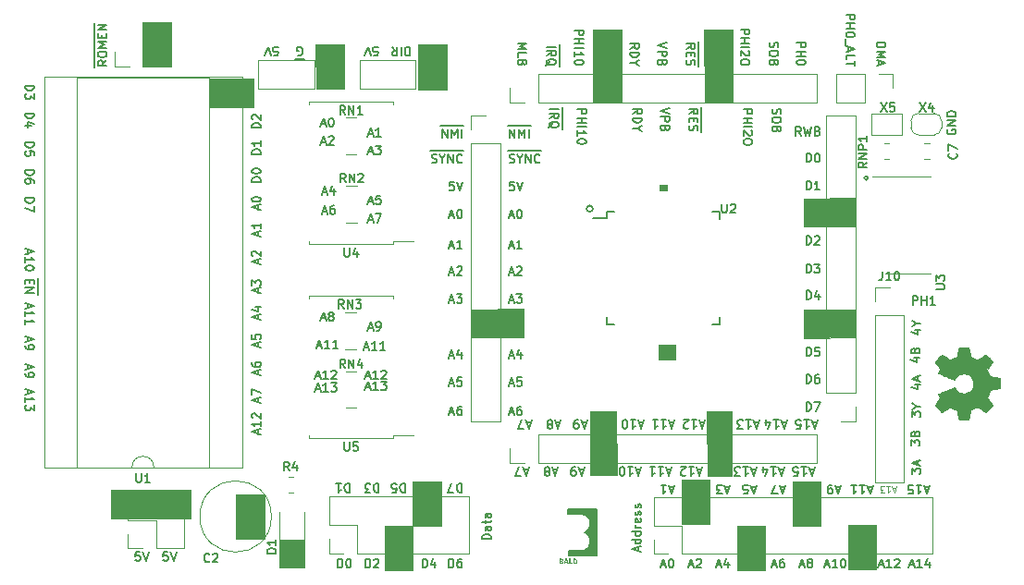
<source format=gbr>
%TF.GenerationSoftware,KiCad,Pcbnew,(5.1.10)-1*%
%TF.CreationDate,2021-06-15T10:47:19-05:00*%
%TF.ProjectId,gd 6502 proto pcb,67642036-3530-4322-9070-726f746f2070,rev?*%
%TF.SameCoordinates,Original*%
%TF.FileFunction,Legend,Top*%
%TF.FilePolarity,Positive*%
%FSLAX46Y46*%
G04 Gerber Fmt 4.6, Leading zero omitted, Abs format (unit mm)*
G04 Created by KiCad (PCBNEW (5.1.10)-1) date 2021-06-15 10:47:19*
%MOMM*%
%LPD*%
G01*
G04 APERTURE LIST*
%ADD10C,0.100000*%
%ADD11C,0.150000*%
%ADD12C,0.010000*%
%ADD13C,0.134262*%
%ADD14C,0.120000*%
G04 APERTURE END LIST*
D10*
G36*
X193014600Y-78994000D02*
G01*
X192316100Y-78994000D01*
X192322450Y-78435200D01*
X193014600Y-78435200D01*
X193014600Y-78994000D01*
G37*
X193014600Y-78994000D02*
X192316100Y-78994000D01*
X192322450Y-78435200D01*
X193014600Y-78435200D01*
X193014600Y-78994000D01*
G36*
X193776600Y-94488000D02*
G01*
X192239900Y-94488000D01*
X192246250Y-93116400D01*
X193782950Y-93116400D01*
X193776600Y-94488000D01*
G37*
X193776600Y-94488000D02*
X192239900Y-94488000D01*
X192246250Y-93116400D01*
X193782950Y-93116400D01*
X193776600Y-94488000D01*
G36*
X179832000Y-92443300D02*
G01*
X175133000Y-92462350D01*
X175133000Y-89858850D01*
X179832000Y-89839800D01*
X179832000Y-92443300D01*
G37*
X179832000Y-92443300D02*
X175133000Y-92462350D01*
X175133000Y-89858850D01*
X179832000Y-89839800D01*
X179832000Y-92443300D01*
G36*
X188391800Y-105054400D02*
G01*
X185978800Y-105054400D01*
X186004200Y-99187000D01*
X188366400Y-99187000D01*
X188391800Y-105054400D01*
G37*
X188391800Y-105054400D02*
X185978800Y-105054400D01*
X186004200Y-99187000D01*
X188366400Y-99187000D01*
X188391800Y-105054400D01*
G36*
X198907400Y-105130600D02*
G01*
X196697600Y-105105200D01*
X196646800Y-99187000D01*
X198882000Y-99187000D01*
X198907400Y-105130600D01*
G37*
X198907400Y-105130600D02*
X196697600Y-105105200D01*
X196646800Y-99187000D01*
X198882000Y-99187000D01*
X198907400Y-105130600D01*
G36*
X210235800Y-92468700D02*
G01*
X205536800Y-92487750D01*
X205536800Y-89884250D01*
X210235800Y-89865200D01*
X210235800Y-92468700D01*
G37*
X210235800Y-92468700D02*
X205536800Y-92487750D01*
X205536800Y-89884250D01*
X210235800Y-89865200D01*
X210235800Y-92468700D01*
G36*
X210261200Y-82283300D02*
G01*
X205562200Y-82302350D01*
X205562200Y-79698850D01*
X210261200Y-79679800D01*
X210261200Y-82283300D01*
G37*
X210261200Y-82283300D02*
X205562200Y-82302350D01*
X205562200Y-79698850D01*
X210261200Y-79679800D01*
X210261200Y-82283300D01*
G36*
X199034400Y-70916800D02*
G01*
X196430900Y-70916800D01*
X196411850Y-64262000D01*
X199015350Y-64262000D01*
X199034400Y-70916800D01*
G37*
X199034400Y-70916800D02*
X196430900Y-70916800D01*
X196411850Y-64262000D01*
X199015350Y-64262000D01*
X199034400Y-70916800D01*
G36*
X188823600Y-70916800D02*
G01*
X186220100Y-70916800D01*
X186201050Y-64262000D01*
X188804550Y-64262000D01*
X188823600Y-70916800D01*
G37*
X188823600Y-70916800D02*
X186220100Y-70916800D01*
X186201050Y-64262000D01*
X188804550Y-64262000D01*
X188823600Y-70916800D01*
G36*
X172847000Y-69697600D02*
G01*
X170243500Y-69697600D01*
X170224450Y-65608200D01*
X172827950Y-65608200D01*
X172847000Y-69697600D01*
G37*
X172847000Y-69697600D02*
X170243500Y-69697600D01*
X170224450Y-65608200D01*
X172827950Y-65608200D01*
X172847000Y-69697600D01*
G36*
X163474400Y-69646800D02*
G01*
X160870900Y-69646800D01*
X160851850Y-65557400D01*
X163455350Y-65557400D01*
X163474400Y-69646800D01*
G37*
X163474400Y-69646800D02*
X160870900Y-69646800D01*
X160851850Y-65557400D01*
X163455350Y-65557400D01*
X163474400Y-69646800D01*
G36*
X147624800Y-67640200D02*
G01*
X145021300Y-67640200D01*
X145002250Y-63550800D01*
X147605750Y-63550800D01*
X147624800Y-67640200D01*
G37*
X147624800Y-67640200D02*
X145021300Y-67640200D01*
X145002250Y-63550800D01*
X147605750Y-63550800D01*
X147624800Y-67640200D01*
G36*
X155168600Y-71329550D02*
G01*
X151079200Y-71348600D01*
X151079200Y-68745100D01*
X155168600Y-68726050D01*
X155168600Y-71329550D01*
G37*
X155168600Y-71329550D02*
X151079200Y-71348600D01*
X151079200Y-68745100D01*
X155168600Y-68726050D01*
X155168600Y-71329550D01*
G36*
X156184600Y-110896400D02*
G01*
X153581100Y-110896400D01*
X153581100Y-106832400D01*
X156184600Y-106832400D01*
X156184600Y-110896400D01*
G37*
X156184600Y-110896400D02*
X153581100Y-110896400D01*
X153581100Y-106832400D01*
X156184600Y-106832400D01*
X156184600Y-110896400D01*
G36*
X149415500Y-109029500D02*
G01*
X146240500Y-109029500D01*
X146240500Y-106426000D01*
X149415500Y-106426000D01*
X149415500Y-109029500D01*
G37*
X149415500Y-109029500D02*
X146240500Y-109029500D01*
X146240500Y-106426000D01*
X149415500Y-106426000D01*
X149415500Y-109029500D01*
G36*
X146177000Y-109029500D02*
G01*
X142113000Y-109029500D01*
X142113000Y-106426000D01*
X146177000Y-106426000D01*
X146177000Y-109029500D01*
G37*
X146177000Y-109029500D02*
X142113000Y-109029500D01*
X142113000Y-106426000D01*
X146177000Y-106426000D01*
X146177000Y-109029500D01*
G36*
X159829500Y-113538000D02*
G01*
X157543500Y-113538000D01*
X157543500Y-110934500D01*
X159829500Y-110934500D01*
X159829500Y-113538000D01*
G37*
X159829500Y-113538000D02*
X157543500Y-113538000D01*
X157543500Y-110934500D01*
X159829500Y-110934500D01*
X159829500Y-113538000D01*
G36*
X172339000Y-109664500D02*
G01*
X169735500Y-109664500D01*
X169735500Y-105600500D01*
X172339000Y-105600500D01*
X172339000Y-109664500D01*
G37*
X172339000Y-109664500D02*
X169735500Y-109664500D01*
X169735500Y-105600500D01*
X172339000Y-105600500D01*
X172339000Y-109664500D01*
G36*
X169735500Y-113728500D02*
G01*
X167132000Y-113728500D01*
X167132000Y-109664500D01*
X169735500Y-109664500D01*
X169735500Y-113728500D01*
G37*
X169735500Y-113728500D02*
X167132000Y-113728500D01*
X167132000Y-109664500D01*
X169735500Y-109664500D01*
X169735500Y-113728500D01*
G36*
X196913500Y-109537500D02*
G01*
X194310000Y-109537500D01*
X194310000Y-105473500D01*
X196913500Y-105473500D01*
X196913500Y-109537500D01*
G37*
X196913500Y-109537500D02*
X194310000Y-109537500D01*
X194310000Y-105473500D01*
X196913500Y-105473500D01*
X196913500Y-109537500D01*
G36*
X207073500Y-109664500D02*
G01*
X204470000Y-109664500D01*
X204470000Y-105600500D01*
X207073500Y-105600500D01*
X207073500Y-109664500D01*
G37*
X207073500Y-109664500D02*
X204470000Y-109664500D01*
X204470000Y-105600500D01*
X207073500Y-105600500D01*
X207073500Y-109664500D01*
G36*
X212153500Y-113665000D02*
G01*
X209550000Y-113665000D01*
X209550000Y-109601000D01*
X212153500Y-109601000D01*
X212153500Y-113665000D01*
G37*
X212153500Y-113665000D02*
X209550000Y-113665000D01*
X209550000Y-109601000D01*
X212153500Y-109601000D01*
X212153500Y-113665000D01*
G36*
X201993500Y-113792000D02*
G01*
X199390000Y-113792000D01*
X199390000Y-109728000D01*
X201993500Y-109728000D01*
X201993500Y-113792000D01*
G37*
X201993500Y-113792000D02*
X199390000Y-113792000D01*
X199390000Y-109728000D01*
X201993500Y-109728000D01*
X201993500Y-113792000D01*
D11*
X211380605Y-77851000D02*
G75*
G03*
X211380605Y-77851000I-179605J0D01*
G01*
X203644380Y-104514666D02*
X203263428Y-104514666D01*
X203720571Y-104286095D02*
X203453904Y-105086095D01*
X203187238Y-104286095D01*
X202501523Y-104286095D02*
X202958666Y-104286095D01*
X202730095Y-104286095D02*
X202730095Y-105086095D01*
X202806285Y-104971809D01*
X202882476Y-104895619D01*
X202958666Y-104857523D01*
X201815809Y-104819428D02*
X201815809Y-104286095D01*
X202006285Y-105124190D02*
X202196761Y-104552761D01*
X201701523Y-104552761D01*
X206438380Y-104514666D02*
X206057428Y-104514666D01*
X206514571Y-104286095D02*
X206247904Y-105086095D01*
X205981238Y-104286095D01*
X205295523Y-104286095D02*
X205752666Y-104286095D01*
X205524095Y-104286095D02*
X205524095Y-105086095D01*
X205600285Y-104971809D01*
X205676476Y-104895619D01*
X205752666Y-104857523D01*
X204571714Y-105086095D02*
X204952666Y-105086095D01*
X204990761Y-104705142D01*
X204952666Y-104743238D01*
X204876476Y-104781333D01*
X204686000Y-104781333D01*
X204609809Y-104743238D01*
X204571714Y-104705142D01*
X204533619Y-104628952D01*
X204533619Y-104438476D01*
X204571714Y-104362285D01*
X204609809Y-104324190D01*
X204686000Y-104286095D01*
X204876476Y-104286095D01*
X204952666Y-104324190D01*
X204990761Y-104362285D01*
X201104380Y-104514666D02*
X200723428Y-104514666D01*
X201180571Y-104286095D02*
X200913904Y-105086095D01*
X200647238Y-104286095D01*
X199961523Y-104286095D02*
X200418666Y-104286095D01*
X200190095Y-104286095D02*
X200190095Y-105086095D01*
X200266285Y-104971809D01*
X200342476Y-104895619D01*
X200418666Y-104857523D01*
X199694857Y-105086095D02*
X199199619Y-105086095D01*
X199466285Y-104781333D01*
X199352000Y-104781333D01*
X199275809Y-104743238D01*
X199237714Y-104705142D01*
X199199619Y-104628952D01*
X199199619Y-104438476D01*
X199237714Y-104362285D01*
X199275809Y-104324190D01*
X199352000Y-104286095D01*
X199580571Y-104286095D01*
X199656761Y-104324190D01*
X199694857Y-104362285D01*
X190563380Y-104514666D02*
X190182428Y-104514666D01*
X190639571Y-104286095D02*
X190372904Y-105086095D01*
X190106238Y-104286095D01*
X189420523Y-104286095D02*
X189877666Y-104286095D01*
X189649095Y-104286095D02*
X189649095Y-105086095D01*
X189725285Y-104971809D01*
X189801476Y-104895619D01*
X189877666Y-104857523D01*
X188925285Y-105086095D02*
X188849095Y-105086095D01*
X188772904Y-105048000D01*
X188734809Y-105009904D01*
X188696714Y-104933714D01*
X188658619Y-104781333D01*
X188658619Y-104590857D01*
X188696714Y-104438476D01*
X188734809Y-104362285D01*
X188772904Y-104324190D01*
X188849095Y-104286095D01*
X188925285Y-104286095D01*
X189001476Y-104324190D01*
X189039571Y-104362285D01*
X189077666Y-104438476D01*
X189115761Y-104590857D01*
X189115761Y-104781333D01*
X189077666Y-104933714D01*
X189039571Y-105009904D01*
X189001476Y-105048000D01*
X188925285Y-105086095D01*
X185356428Y-104514666D02*
X184975476Y-104514666D01*
X185432619Y-104286095D02*
X185165952Y-105086095D01*
X184899285Y-104286095D01*
X184594523Y-104286095D02*
X184442142Y-104286095D01*
X184365952Y-104324190D01*
X184327857Y-104362285D01*
X184251666Y-104476571D01*
X184213571Y-104628952D01*
X184213571Y-104933714D01*
X184251666Y-105009904D01*
X184289761Y-105048000D01*
X184365952Y-105086095D01*
X184518333Y-105086095D01*
X184594523Y-105048000D01*
X184632619Y-105009904D01*
X184670714Y-104933714D01*
X184670714Y-104743238D01*
X184632619Y-104667047D01*
X184594523Y-104628952D01*
X184518333Y-104590857D01*
X184365952Y-104590857D01*
X184289761Y-104628952D01*
X184251666Y-104667047D01*
X184213571Y-104743238D01*
X180276428Y-104514666D02*
X179895476Y-104514666D01*
X180352619Y-104286095D02*
X180085952Y-105086095D01*
X179819285Y-104286095D01*
X179628809Y-105086095D02*
X179095476Y-105086095D01*
X179438333Y-104286095D01*
X193357380Y-104514666D02*
X192976428Y-104514666D01*
X193433571Y-104286095D02*
X193166904Y-105086095D01*
X192900238Y-104286095D01*
X192214523Y-104286095D02*
X192671666Y-104286095D01*
X192443095Y-104286095D02*
X192443095Y-105086095D01*
X192519285Y-104971809D01*
X192595476Y-104895619D01*
X192671666Y-104857523D01*
X191452619Y-104286095D02*
X191909761Y-104286095D01*
X191681190Y-104286095D02*
X191681190Y-105086095D01*
X191757380Y-104971809D01*
X191833571Y-104895619D01*
X191909761Y-104857523D01*
X196151380Y-104514666D02*
X195770428Y-104514666D01*
X196227571Y-104286095D02*
X195960904Y-105086095D01*
X195694238Y-104286095D01*
X195008523Y-104286095D02*
X195465666Y-104286095D01*
X195237095Y-104286095D02*
X195237095Y-105086095D01*
X195313285Y-104971809D01*
X195389476Y-104895619D01*
X195465666Y-104857523D01*
X194703761Y-105009904D02*
X194665666Y-105048000D01*
X194589476Y-105086095D01*
X194399000Y-105086095D01*
X194322809Y-105048000D01*
X194284714Y-105009904D01*
X194246619Y-104933714D01*
X194246619Y-104857523D01*
X194284714Y-104743238D01*
X194741857Y-104286095D01*
X194246619Y-104286095D01*
X182943428Y-104514666D02*
X182562476Y-104514666D01*
X183019619Y-104286095D02*
X182752952Y-105086095D01*
X182486285Y-104286095D01*
X182105333Y-104743238D02*
X182181523Y-104781333D01*
X182219619Y-104819428D01*
X182257714Y-104895619D01*
X182257714Y-104933714D01*
X182219619Y-105009904D01*
X182181523Y-105048000D01*
X182105333Y-105086095D01*
X181952952Y-105086095D01*
X181876761Y-105048000D01*
X181838666Y-105009904D01*
X181800571Y-104933714D01*
X181800571Y-104895619D01*
X181838666Y-104819428D01*
X181876761Y-104781333D01*
X181952952Y-104743238D01*
X182105333Y-104743238D01*
X182181523Y-104705142D01*
X182219619Y-104667047D01*
X182257714Y-104590857D01*
X182257714Y-104438476D01*
X182219619Y-104362285D01*
X182181523Y-104324190D01*
X182105333Y-104286095D01*
X181952952Y-104286095D01*
X181876761Y-104324190D01*
X181838666Y-104362285D01*
X181800571Y-104438476D01*
X181800571Y-104590857D01*
X181838666Y-104667047D01*
X181876761Y-104705142D01*
X181952952Y-104743238D01*
X165417619Y-97034333D02*
X165798571Y-97034333D01*
X165341428Y-97262904D02*
X165608095Y-96462904D01*
X165874761Y-97262904D01*
X166560476Y-97262904D02*
X166103333Y-97262904D01*
X166331904Y-97262904D02*
X166331904Y-96462904D01*
X166255714Y-96577190D01*
X166179523Y-96653380D01*
X166103333Y-96691476D01*
X166827142Y-96462904D02*
X167322380Y-96462904D01*
X167055714Y-96767666D01*
X167170000Y-96767666D01*
X167246190Y-96805761D01*
X167284285Y-96843857D01*
X167322380Y-96920047D01*
X167322380Y-97110523D01*
X167284285Y-97186714D01*
X167246190Y-97224809D01*
X167170000Y-97262904D01*
X166941428Y-97262904D01*
X166865238Y-97224809D01*
X166827142Y-97186714D01*
X165417619Y-96018333D02*
X165798571Y-96018333D01*
X165341428Y-96246904D02*
X165608095Y-95446904D01*
X165874761Y-96246904D01*
X166560476Y-96246904D02*
X166103333Y-96246904D01*
X166331904Y-96246904D02*
X166331904Y-95446904D01*
X166255714Y-95561190D01*
X166179523Y-95637380D01*
X166103333Y-95675476D01*
X166865238Y-95523095D02*
X166903333Y-95485000D01*
X166979523Y-95446904D01*
X167170000Y-95446904D01*
X167246190Y-95485000D01*
X167284285Y-95523095D01*
X167322380Y-95599285D01*
X167322380Y-95675476D01*
X167284285Y-95789761D01*
X166827142Y-96246904D01*
X167322380Y-96246904D01*
X160845619Y-97161333D02*
X161226571Y-97161333D01*
X160769428Y-97389904D02*
X161036095Y-96589904D01*
X161302761Y-97389904D01*
X161988476Y-97389904D02*
X161531333Y-97389904D01*
X161759904Y-97389904D02*
X161759904Y-96589904D01*
X161683714Y-96704190D01*
X161607523Y-96780380D01*
X161531333Y-96818476D01*
X162255142Y-96589904D02*
X162750380Y-96589904D01*
X162483714Y-96894666D01*
X162598000Y-96894666D01*
X162674190Y-96932761D01*
X162712285Y-96970857D01*
X162750380Y-97047047D01*
X162750380Y-97237523D01*
X162712285Y-97313714D01*
X162674190Y-97351809D01*
X162598000Y-97389904D01*
X162369428Y-97389904D01*
X162293238Y-97351809D01*
X162255142Y-97313714D01*
X160845619Y-96018333D02*
X161226571Y-96018333D01*
X160769428Y-96246904D02*
X161036095Y-95446904D01*
X161302761Y-96246904D01*
X161988476Y-96246904D02*
X161531333Y-96246904D01*
X161759904Y-96246904D02*
X161759904Y-95446904D01*
X161683714Y-95561190D01*
X161607523Y-95637380D01*
X161531333Y-95675476D01*
X162293238Y-95523095D02*
X162331333Y-95485000D01*
X162407523Y-95446904D01*
X162598000Y-95446904D01*
X162674190Y-95485000D01*
X162712285Y-95523095D01*
X162750380Y-95599285D01*
X162750380Y-95675476D01*
X162712285Y-95789761D01*
X162255142Y-96246904D01*
X162750380Y-96246904D01*
X165671571Y-91573333D02*
X166052523Y-91573333D01*
X165595380Y-91801904D02*
X165862047Y-91001904D01*
X166128714Y-91801904D01*
X166433476Y-91801904D02*
X166585857Y-91801904D01*
X166662047Y-91763809D01*
X166700142Y-91725714D01*
X166776333Y-91611428D01*
X166814428Y-91459047D01*
X166814428Y-91154285D01*
X166776333Y-91078095D01*
X166738238Y-91040000D01*
X166662047Y-91001904D01*
X166509666Y-91001904D01*
X166433476Y-91040000D01*
X166395380Y-91078095D01*
X166357285Y-91154285D01*
X166357285Y-91344761D01*
X166395380Y-91420952D01*
X166433476Y-91459047D01*
X166509666Y-91497142D01*
X166662047Y-91497142D01*
X166738238Y-91459047D01*
X166776333Y-91420952D01*
X166814428Y-91344761D01*
X165290619Y-93351333D02*
X165671571Y-93351333D01*
X165214428Y-93579904D02*
X165481095Y-92779904D01*
X165747761Y-93579904D01*
X166433476Y-93579904D02*
X165976333Y-93579904D01*
X166204904Y-93579904D02*
X166204904Y-92779904D01*
X166128714Y-92894190D01*
X166052523Y-92970380D01*
X165976333Y-93008476D01*
X167195380Y-93579904D02*
X166738238Y-93579904D01*
X166966809Y-93579904D02*
X166966809Y-92779904D01*
X166890619Y-92894190D01*
X166814428Y-92970380D01*
X166738238Y-93008476D01*
X160972619Y-93224333D02*
X161353571Y-93224333D01*
X160896428Y-93452904D02*
X161163095Y-92652904D01*
X161429761Y-93452904D01*
X162115476Y-93452904D02*
X161658333Y-93452904D01*
X161886904Y-93452904D02*
X161886904Y-92652904D01*
X161810714Y-92767190D01*
X161734523Y-92843380D01*
X161658333Y-92881476D01*
X162877380Y-93452904D02*
X162420238Y-93452904D01*
X162648809Y-93452904D02*
X162648809Y-92652904D01*
X162572619Y-92767190D01*
X162496428Y-92843380D01*
X162420238Y-92881476D01*
X161353571Y-90684333D02*
X161734523Y-90684333D01*
X161277380Y-90912904D02*
X161544047Y-90112904D01*
X161810714Y-90912904D01*
X162191666Y-90455761D02*
X162115476Y-90417666D01*
X162077380Y-90379571D01*
X162039285Y-90303380D01*
X162039285Y-90265285D01*
X162077380Y-90189095D01*
X162115476Y-90151000D01*
X162191666Y-90112904D01*
X162344047Y-90112904D01*
X162420238Y-90151000D01*
X162458333Y-90189095D01*
X162496428Y-90265285D01*
X162496428Y-90303380D01*
X162458333Y-90379571D01*
X162420238Y-90417666D01*
X162344047Y-90455761D01*
X162191666Y-90455761D01*
X162115476Y-90493857D01*
X162077380Y-90531952D01*
X162039285Y-90608142D01*
X162039285Y-90760523D01*
X162077380Y-90836714D01*
X162115476Y-90874809D01*
X162191666Y-90912904D01*
X162344047Y-90912904D01*
X162420238Y-90874809D01*
X162458333Y-90836714D01*
X162496428Y-90760523D01*
X162496428Y-90608142D01*
X162458333Y-90531952D01*
X162420238Y-90493857D01*
X162344047Y-90455761D01*
X165671571Y-81667333D02*
X166052523Y-81667333D01*
X165595380Y-81895904D02*
X165862047Y-81095904D01*
X166128714Y-81895904D01*
X166319190Y-81095904D02*
X166852523Y-81095904D01*
X166509666Y-81895904D01*
X165671571Y-80016333D02*
X166052523Y-80016333D01*
X165595380Y-80244904D02*
X165862047Y-79444904D01*
X166128714Y-80244904D01*
X166776333Y-79444904D02*
X166395380Y-79444904D01*
X166357285Y-79825857D01*
X166395380Y-79787761D01*
X166471571Y-79749666D01*
X166662047Y-79749666D01*
X166738238Y-79787761D01*
X166776333Y-79825857D01*
X166814428Y-79902047D01*
X166814428Y-80092523D01*
X166776333Y-80168714D01*
X166738238Y-80206809D01*
X166662047Y-80244904D01*
X166471571Y-80244904D01*
X166395380Y-80206809D01*
X166357285Y-80168714D01*
X161480571Y-80905333D02*
X161861523Y-80905333D01*
X161404380Y-81133904D02*
X161671047Y-80333904D01*
X161937714Y-81133904D01*
X162547238Y-80333904D02*
X162394857Y-80333904D01*
X162318666Y-80372000D01*
X162280571Y-80410095D01*
X162204380Y-80524380D01*
X162166285Y-80676761D01*
X162166285Y-80981523D01*
X162204380Y-81057714D01*
X162242476Y-81095809D01*
X162318666Y-81133904D01*
X162471047Y-81133904D01*
X162547238Y-81095809D01*
X162585333Y-81057714D01*
X162623428Y-80981523D01*
X162623428Y-80791047D01*
X162585333Y-80714857D01*
X162547238Y-80676761D01*
X162471047Y-80638666D01*
X162318666Y-80638666D01*
X162242476Y-80676761D01*
X162204380Y-80714857D01*
X162166285Y-80791047D01*
X161480571Y-79127333D02*
X161861523Y-79127333D01*
X161404380Y-79355904D02*
X161671047Y-78555904D01*
X161937714Y-79355904D01*
X162547238Y-78822571D02*
X162547238Y-79355904D01*
X162356761Y-78517809D02*
X162166285Y-79089238D01*
X162661523Y-79089238D01*
X165671571Y-75444333D02*
X166052523Y-75444333D01*
X165595380Y-75672904D02*
X165862047Y-74872904D01*
X166128714Y-75672904D01*
X166319190Y-74872904D02*
X166814428Y-74872904D01*
X166547761Y-75177666D01*
X166662047Y-75177666D01*
X166738238Y-75215761D01*
X166776333Y-75253857D01*
X166814428Y-75330047D01*
X166814428Y-75520523D01*
X166776333Y-75596714D01*
X166738238Y-75634809D01*
X166662047Y-75672904D01*
X166433476Y-75672904D01*
X166357285Y-75634809D01*
X166319190Y-75596714D01*
X161353571Y-74555333D02*
X161734523Y-74555333D01*
X161277380Y-74783904D02*
X161544047Y-73983904D01*
X161810714Y-74783904D01*
X162039285Y-74060095D02*
X162077380Y-74022000D01*
X162153571Y-73983904D01*
X162344047Y-73983904D01*
X162420238Y-74022000D01*
X162458333Y-74060095D01*
X162496428Y-74136285D01*
X162496428Y-74212476D01*
X162458333Y-74326761D01*
X162001190Y-74783904D01*
X162496428Y-74783904D01*
X165671571Y-73793333D02*
X166052523Y-73793333D01*
X165595380Y-74021904D02*
X165862047Y-73221904D01*
X166128714Y-74021904D01*
X166814428Y-74021904D02*
X166357285Y-74021904D01*
X166585857Y-74021904D02*
X166585857Y-73221904D01*
X166509666Y-73336190D01*
X166433476Y-73412380D01*
X166357285Y-73450476D01*
X161353571Y-72904333D02*
X161734523Y-72904333D01*
X161277380Y-73132904D02*
X161544047Y-72332904D01*
X161810714Y-73132904D01*
X162229761Y-72332904D02*
X162305952Y-72332904D01*
X162382142Y-72371000D01*
X162420238Y-72409095D01*
X162458333Y-72485285D01*
X162496428Y-72637666D01*
X162496428Y-72828142D01*
X162458333Y-72980523D01*
X162420238Y-73056714D01*
X162382142Y-73094809D01*
X162305952Y-73132904D01*
X162229761Y-73132904D01*
X162153571Y-73094809D01*
X162115476Y-73056714D01*
X162077380Y-72980523D01*
X162039285Y-72828142D01*
X162039285Y-72637666D01*
X162077380Y-72485285D01*
X162115476Y-72409095D01*
X162153571Y-72371000D01*
X162229761Y-72332904D01*
X155581333Y-101282380D02*
X155581333Y-100901428D01*
X155809904Y-101358571D02*
X155009904Y-101091904D01*
X155809904Y-100825238D01*
X155809904Y-100139523D02*
X155809904Y-100596666D01*
X155809904Y-100368095D02*
X155009904Y-100368095D01*
X155124190Y-100444285D01*
X155200380Y-100520476D01*
X155238476Y-100596666D01*
X155086095Y-99834761D02*
X155048000Y-99796666D01*
X155009904Y-99720476D01*
X155009904Y-99530000D01*
X155048000Y-99453809D01*
X155086095Y-99415714D01*
X155162285Y-99377619D01*
X155238476Y-99377619D01*
X155352761Y-99415714D01*
X155809904Y-99872857D01*
X155809904Y-99377619D01*
X155581333Y-98361428D02*
X155581333Y-97980476D01*
X155809904Y-98437619D02*
X155009904Y-98170952D01*
X155809904Y-97904285D01*
X155009904Y-97713809D02*
X155009904Y-97180476D01*
X155809904Y-97523333D01*
X155581333Y-95821428D02*
X155581333Y-95440476D01*
X155809904Y-95897619D02*
X155009904Y-95630952D01*
X155809904Y-95364285D01*
X155009904Y-94754761D02*
X155009904Y-94907142D01*
X155048000Y-94983333D01*
X155086095Y-95021428D01*
X155200380Y-95097619D01*
X155352761Y-95135714D01*
X155657523Y-95135714D01*
X155733714Y-95097619D01*
X155771809Y-95059523D01*
X155809904Y-94983333D01*
X155809904Y-94830952D01*
X155771809Y-94754761D01*
X155733714Y-94716666D01*
X155657523Y-94678571D01*
X155467047Y-94678571D01*
X155390857Y-94716666D01*
X155352761Y-94754761D01*
X155314666Y-94830952D01*
X155314666Y-94983333D01*
X155352761Y-95059523D01*
X155390857Y-95097619D01*
X155467047Y-95135714D01*
X155581333Y-93281428D02*
X155581333Y-92900476D01*
X155809904Y-93357619D02*
X155009904Y-93090952D01*
X155809904Y-92824285D01*
X155009904Y-92176666D02*
X155009904Y-92557619D01*
X155390857Y-92595714D01*
X155352761Y-92557619D01*
X155314666Y-92481428D01*
X155314666Y-92290952D01*
X155352761Y-92214761D01*
X155390857Y-92176666D01*
X155467047Y-92138571D01*
X155657523Y-92138571D01*
X155733714Y-92176666D01*
X155771809Y-92214761D01*
X155809904Y-92290952D01*
X155809904Y-92481428D01*
X155771809Y-92557619D01*
X155733714Y-92595714D01*
X155581333Y-90741428D02*
X155581333Y-90360476D01*
X155809904Y-90817619D02*
X155009904Y-90550952D01*
X155809904Y-90284285D01*
X155276571Y-89674761D02*
X155809904Y-89674761D01*
X154971809Y-89865238D02*
X155543238Y-90055714D01*
X155543238Y-89560476D01*
X155581333Y-88328428D02*
X155581333Y-87947476D01*
X155809904Y-88404619D02*
X155009904Y-88137952D01*
X155809904Y-87871285D01*
X155009904Y-87680809D02*
X155009904Y-87185571D01*
X155314666Y-87452238D01*
X155314666Y-87337952D01*
X155352761Y-87261761D01*
X155390857Y-87223666D01*
X155467047Y-87185571D01*
X155657523Y-87185571D01*
X155733714Y-87223666D01*
X155771809Y-87261761D01*
X155809904Y-87337952D01*
X155809904Y-87566523D01*
X155771809Y-87642714D01*
X155733714Y-87680809D01*
X155581333Y-85661428D02*
X155581333Y-85280476D01*
X155809904Y-85737619D02*
X155009904Y-85470952D01*
X155809904Y-85204285D01*
X155086095Y-84975714D02*
X155048000Y-84937619D01*
X155009904Y-84861428D01*
X155009904Y-84670952D01*
X155048000Y-84594761D01*
X155086095Y-84556666D01*
X155162285Y-84518571D01*
X155238476Y-84518571D01*
X155352761Y-84556666D01*
X155809904Y-85013809D01*
X155809904Y-84518571D01*
X155581333Y-83121428D02*
X155581333Y-82740476D01*
X155809904Y-83197619D02*
X155009904Y-82930952D01*
X155809904Y-82664285D01*
X155809904Y-81978571D02*
X155809904Y-82435714D01*
X155809904Y-82207142D02*
X155009904Y-82207142D01*
X155124190Y-82283333D01*
X155200380Y-82359523D01*
X155238476Y-82435714D01*
X155581333Y-80708428D02*
X155581333Y-80327476D01*
X155809904Y-80784619D02*
X155009904Y-80517952D01*
X155809904Y-80251285D01*
X155009904Y-79832238D02*
X155009904Y-79756047D01*
X155048000Y-79679857D01*
X155086095Y-79641761D01*
X155162285Y-79603666D01*
X155314666Y-79565571D01*
X155505142Y-79565571D01*
X155657523Y-79603666D01*
X155733714Y-79641761D01*
X155771809Y-79679857D01*
X155809904Y-79756047D01*
X155809904Y-79832238D01*
X155771809Y-79908428D01*
X155733714Y-79946523D01*
X155657523Y-79984619D01*
X155505142Y-80022714D01*
X155314666Y-80022714D01*
X155162285Y-79984619D01*
X155086095Y-79946523D01*
X155048000Y-79908428D01*
X155009904Y-79832238D01*
X155809904Y-78187476D02*
X155009904Y-78187476D01*
X155009904Y-77997000D01*
X155048000Y-77882714D01*
X155124190Y-77806523D01*
X155200380Y-77768428D01*
X155352761Y-77730333D01*
X155467047Y-77730333D01*
X155619428Y-77768428D01*
X155695619Y-77806523D01*
X155771809Y-77882714D01*
X155809904Y-77997000D01*
X155809904Y-78187476D01*
X155009904Y-77235095D02*
X155009904Y-77158904D01*
X155048000Y-77082714D01*
X155086095Y-77044619D01*
X155162285Y-77006523D01*
X155314666Y-76968428D01*
X155505142Y-76968428D01*
X155657523Y-77006523D01*
X155733714Y-77044619D01*
X155771809Y-77082714D01*
X155809904Y-77158904D01*
X155809904Y-77235095D01*
X155771809Y-77311285D01*
X155733714Y-77349380D01*
X155657523Y-77387476D01*
X155505142Y-77425571D01*
X155314666Y-77425571D01*
X155162285Y-77387476D01*
X155086095Y-77349380D01*
X155048000Y-77311285D01*
X155009904Y-77235095D01*
X155809904Y-75647476D02*
X155009904Y-75647476D01*
X155009904Y-75457000D01*
X155048000Y-75342714D01*
X155124190Y-75266523D01*
X155200380Y-75228428D01*
X155352761Y-75190333D01*
X155467047Y-75190333D01*
X155619428Y-75228428D01*
X155695619Y-75266523D01*
X155771809Y-75342714D01*
X155809904Y-75457000D01*
X155809904Y-75647476D01*
X155809904Y-74428428D02*
X155809904Y-74885571D01*
X155809904Y-74657000D02*
X155009904Y-74657000D01*
X155124190Y-74733190D01*
X155200380Y-74809380D01*
X155238476Y-74885571D01*
X155809904Y-73234476D02*
X155009904Y-73234476D01*
X155009904Y-73044000D01*
X155048000Y-72929714D01*
X155124190Y-72853523D01*
X155200380Y-72815428D01*
X155352761Y-72777333D01*
X155467047Y-72777333D01*
X155619428Y-72815428D01*
X155695619Y-72853523D01*
X155771809Y-72929714D01*
X155809904Y-73044000D01*
X155809904Y-73234476D01*
X155086095Y-72472571D02*
X155048000Y-72434476D01*
X155009904Y-72358285D01*
X155009904Y-72167809D01*
X155048000Y-72091619D01*
X155086095Y-72053523D01*
X155162285Y-72015428D01*
X155238476Y-72015428D01*
X155352761Y-72053523D01*
X155809904Y-72510666D01*
X155809904Y-72015428D01*
X134486666Y-97218619D02*
X134486666Y-97599571D01*
X134258095Y-97142428D02*
X135058095Y-97409095D01*
X134258095Y-97675761D01*
X134258095Y-98361476D02*
X134258095Y-97904333D01*
X134258095Y-98132904D02*
X135058095Y-98132904D01*
X134943809Y-98056714D01*
X134867619Y-97980523D01*
X134829523Y-97904333D01*
X135058095Y-98628142D02*
X135058095Y-99123380D01*
X134753333Y-98856714D01*
X134753333Y-98971000D01*
X134715238Y-99047190D01*
X134677142Y-99085285D01*
X134600952Y-99123380D01*
X134410476Y-99123380D01*
X134334285Y-99085285D01*
X134296190Y-99047190D01*
X134258095Y-98971000D01*
X134258095Y-98742428D01*
X134296190Y-98666238D01*
X134334285Y-98628142D01*
X134486666Y-94932571D02*
X134486666Y-95313523D01*
X134258095Y-94856380D02*
X135058095Y-95123047D01*
X134258095Y-95389714D01*
X134258095Y-95694476D02*
X134258095Y-95846857D01*
X134296190Y-95923047D01*
X134334285Y-95961142D01*
X134448571Y-96037333D01*
X134600952Y-96075428D01*
X134905714Y-96075428D01*
X134981904Y-96037333D01*
X135020000Y-95999238D01*
X135058095Y-95923047D01*
X135058095Y-95770666D01*
X135020000Y-95694476D01*
X134981904Y-95656380D01*
X134905714Y-95618285D01*
X134715238Y-95618285D01*
X134639047Y-95656380D01*
X134600952Y-95694476D01*
X134562857Y-95770666D01*
X134562857Y-95923047D01*
X134600952Y-95999238D01*
X134639047Y-96037333D01*
X134715238Y-96075428D01*
X134486666Y-92392571D02*
X134486666Y-92773523D01*
X134258095Y-92316380D02*
X135058095Y-92583047D01*
X134258095Y-92849714D01*
X134258095Y-93154476D02*
X134258095Y-93306857D01*
X134296190Y-93383047D01*
X134334285Y-93421142D01*
X134448571Y-93497333D01*
X134600952Y-93535428D01*
X134905714Y-93535428D01*
X134981904Y-93497333D01*
X135020000Y-93459238D01*
X135058095Y-93383047D01*
X135058095Y-93230666D01*
X135020000Y-93154476D01*
X134981904Y-93116380D01*
X134905714Y-93078285D01*
X134715238Y-93078285D01*
X134639047Y-93116380D01*
X134600952Y-93154476D01*
X134562857Y-93230666D01*
X134562857Y-93383047D01*
X134600952Y-93459238D01*
X134639047Y-93497333D01*
X134715238Y-93535428D01*
X134486666Y-89344619D02*
X134486666Y-89725571D01*
X134258095Y-89268428D02*
X135058095Y-89535095D01*
X134258095Y-89801761D01*
X134258095Y-90487476D02*
X134258095Y-90030333D01*
X134258095Y-90258904D02*
X135058095Y-90258904D01*
X134943809Y-90182714D01*
X134867619Y-90106523D01*
X134829523Y-90030333D01*
X134258095Y-91249380D02*
X134258095Y-90792238D01*
X134258095Y-91020809D02*
X135058095Y-91020809D01*
X134943809Y-90944619D01*
X134867619Y-90868428D01*
X134829523Y-90792238D01*
X134258095Y-69386523D02*
X135058095Y-69386523D01*
X135058095Y-69577000D01*
X135020000Y-69691285D01*
X134943809Y-69767476D01*
X134867619Y-69805571D01*
X134715238Y-69843666D01*
X134600952Y-69843666D01*
X134448571Y-69805571D01*
X134372380Y-69767476D01*
X134296190Y-69691285D01*
X134258095Y-69577000D01*
X134258095Y-69386523D01*
X135058095Y-70110333D02*
X135058095Y-70605571D01*
X134753333Y-70338904D01*
X134753333Y-70453190D01*
X134715238Y-70529380D01*
X134677142Y-70567476D01*
X134600952Y-70605571D01*
X134410476Y-70605571D01*
X134334285Y-70567476D01*
X134296190Y-70529380D01*
X134258095Y-70453190D01*
X134258095Y-70224619D01*
X134296190Y-70148428D01*
X134334285Y-70110333D01*
X134258095Y-71926523D02*
X135058095Y-71926523D01*
X135058095Y-72117000D01*
X135020000Y-72231285D01*
X134943809Y-72307476D01*
X134867619Y-72345571D01*
X134715238Y-72383666D01*
X134600952Y-72383666D01*
X134448571Y-72345571D01*
X134372380Y-72307476D01*
X134296190Y-72231285D01*
X134258095Y-72117000D01*
X134258095Y-71926523D01*
X134791428Y-73069380D02*
X134258095Y-73069380D01*
X135096190Y-72878904D02*
X134524761Y-72688428D01*
X134524761Y-73183666D01*
X134258095Y-74593523D02*
X135058095Y-74593523D01*
X135058095Y-74784000D01*
X135020000Y-74898285D01*
X134943809Y-74974476D01*
X134867619Y-75012571D01*
X134715238Y-75050666D01*
X134600952Y-75050666D01*
X134448571Y-75012571D01*
X134372380Y-74974476D01*
X134296190Y-74898285D01*
X134258095Y-74784000D01*
X134258095Y-74593523D01*
X135058095Y-75774476D02*
X135058095Y-75393523D01*
X134677142Y-75355428D01*
X134715238Y-75393523D01*
X134753333Y-75469714D01*
X134753333Y-75660190D01*
X134715238Y-75736380D01*
X134677142Y-75774476D01*
X134600952Y-75812571D01*
X134410476Y-75812571D01*
X134334285Y-75774476D01*
X134296190Y-75736380D01*
X134258095Y-75660190D01*
X134258095Y-75469714D01*
X134296190Y-75393523D01*
X134334285Y-75355428D01*
X134258095Y-77133523D02*
X135058095Y-77133523D01*
X135058095Y-77324000D01*
X135020000Y-77438285D01*
X134943809Y-77514476D01*
X134867619Y-77552571D01*
X134715238Y-77590666D01*
X134600952Y-77590666D01*
X134448571Y-77552571D01*
X134372380Y-77514476D01*
X134296190Y-77438285D01*
X134258095Y-77324000D01*
X134258095Y-77133523D01*
X135058095Y-78276380D02*
X135058095Y-78124000D01*
X135020000Y-78047809D01*
X134981904Y-78009714D01*
X134867619Y-77933523D01*
X134715238Y-77895428D01*
X134410476Y-77895428D01*
X134334285Y-77933523D01*
X134296190Y-77971619D01*
X134258095Y-78047809D01*
X134258095Y-78200190D01*
X134296190Y-78276380D01*
X134334285Y-78314476D01*
X134410476Y-78352571D01*
X134600952Y-78352571D01*
X134677142Y-78314476D01*
X134715238Y-78276380D01*
X134753333Y-78200190D01*
X134753333Y-78047809D01*
X134715238Y-77971619D01*
X134677142Y-77933523D01*
X134600952Y-77895428D01*
X134258095Y-79673523D02*
X135058095Y-79673523D01*
X135058095Y-79864000D01*
X135020000Y-79978285D01*
X134943809Y-80054476D01*
X134867619Y-80092571D01*
X134715238Y-80130666D01*
X134600952Y-80130666D01*
X134448571Y-80092571D01*
X134372380Y-80054476D01*
X134296190Y-79978285D01*
X134258095Y-79864000D01*
X134258095Y-79673523D01*
X135058095Y-80397333D02*
X135058095Y-80930666D01*
X134258095Y-80587809D01*
X134486666Y-84391619D02*
X134486666Y-84772571D01*
X134258095Y-84315428D02*
X135058095Y-84582095D01*
X134258095Y-84848761D01*
X134258095Y-85534476D02*
X134258095Y-85077333D01*
X134258095Y-85305904D02*
X135058095Y-85305904D01*
X134943809Y-85229714D01*
X134867619Y-85153523D01*
X134829523Y-85077333D01*
X135058095Y-86029714D02*
X135058095Y-86105904D01*
X135020000Y-86182095D01*
X134981904Y-86220190D01*
X134905714Y-86258285D01*
X134753333Y-86296380D01*
X134562857Y-86296380D01*
X134410476Y-86258285D01*
X134334285Y-86220190D01*
X134296190Y-86182095D01*
X134258095Y-86105904D01*
X134258095Y-86029714D01*
X134296190Y-85953523D01*
X134334285Y-85915428D01*
X134410476Y-85877333D01*
X134562857Y-85839238D01*
X134753333Y-85839238D01*
X134905714Y-85877333D01*
X134981904Y-85915428D01*
X135020000Y-85953523D01*
X135058095Y-86029714D01*
X135391000Y-86976047D02*
X135391000Y-87699857D01*
X134677142Y-87166523D02*
X134677142Y-87433190D01*
X134258095Y-87547476D02*
X134258095Y-87166523D01*
X135058095Y-87166523D01*
X135058095Y-87547476D01*
X135391000Y-87699857D02*
X135391000Y-88537952D01*
X134258095Y-87890333D02*
X135058095Y-87890333D01*
X134258095Y-88347476D01*
X135058095Y-88347476D01*
X189884095Y-71977238D02*
X190265047Y-71710572D01*
X189884095Y-71520096D02*
X190684095Y-71520096D01*
X190684095Y-71824857D01*
X190646000Y-71901048D01*
X190607904Y-71939143D01*
X190531714Y-71977238D01*
X190417428Y-71977238D01*
X190341238Y-71939143D01*
X190303142Y-71901048D01*
X190265047Y-71824857D01*
X190265047Y-71520096D01*
X189884095Y-72320096D02*
X190684095Y-72320096D01*
X190684095Y-72510572D01*
X190646000Y-72624857D01*
X190569809Y-72701048D01*
X190493619Y-72739143D01*
X190341238Y-72777238D01*
X190226952Y-72777238D01*
X190074571Y-72739143D01*
X189998380Y-72701048D01*
X189922190Y-72624857D01*
X189884095Y-72510572D01*
X189884095Y-72320096D01*
X190265047Y-73272477D02*
X189884095Y-73272477D01*
X190684095Y-73005810D02*
X190265047Y-73272477D01*
X190684095Y-73539143D01*
X193224095Y-71405810D02*
X192424095Y-71672477D01*
X193224095Y-71939143D01*
X192424095Y-72205810D02*
X193224095Y-72205810D01*
X193224095Y-72510572D01*
X193186000Y-72586762D01*
X193147904Y-72624857D01*
X193071714Y-72662953D01*
X192957428Y-72662953D01*
X192881238Y-72624857D01*
X192843142Y-72586762D01*
X192805047Y-72510572D01*
X192805047Y-72205810D01*
X192843142Y-73272477D02*
X192805047Y-73386762D01*
X192766952Y-73424857D01*
X192690761Y-73462953D01*
X192576476Y-73462953D01*
X192500285Y-73424857D01*
X192462190Y-73386762D01*
X192424095Y-73310572D01*
X192424095Y-73005810D01*
X193224095Y-73005810D01*
X193224095Y-73272477D01*
X193186000Y-73348667D01*
X193147904Y-73386762D01*
X193071714Y-73424857D01*
X192995523Y-73424857D01*
X192919333Y-73386762D01*
X192881238Y-73348667D01*
X192843142Y-73272477D01*
X192843142Y-73005810D01*
X199980595Y-71520096D02*
X200780595Y-71520096D01*
X200780595Y-71824858D01*
X200742500Y-71901048D01*
X200704404Y-71939144D01*
X200628214Y-71977239D01*
X200513928Y-71977239D01*
X200437738Y-71939144D01*
X200399642Y-71901048D01*
X200361547Y-71824858D01*
X200361547Y-71520096D01*
X199980595Y-72320096D02*
X200780595Y-72320096D01*
X200399642Y-72320096D02*
X200399642Y-72777239D01*
X199980595Y-72777239D02*
X200780595Y-72777239D01*
X199980595Y-73158191D02*
X200780595Y-73158191D01*
X200704404Y-73501048D02*
X200742500Y-73539144D01*
X200780595Y-73615334D01*
X200780595Y-73805810D01*
X200742500Y-73882001D01*
X200704404Y-73920096D01*
X200628214Y-73958191D01*
X200552023Y-73958191D01*
X200437738Y-73920096D01*
X199980595Y-73462953D01*
X199980595Y-73958191D01*
X200780595Y-74453429D02*
X200780595Y-74605810D01*
X200742500Y-74682001D01*
X200666309Y-74758191D01*
X200513928Y-74796286D01*
X200247261Y-74796286D01*
X200094880Y-74758191D01*
X200018690Y-74682001D01*
X199980595Y-74605810D01*
X199980595Y-74453429D01*
X200018690Y-74377239D01*
X200094880Y-74301048D01*
X200247261Y-74262953D01*
X200513928Y-74262953D01*
X200666309Y-74301048D01*
X200742500Y-74377239D01*
X200780595Y-74453429D01*
X196160500Y-71329619D02*
X196160500Y-72129619D01*
X195027595Y-71977238D02*
X195408547Y-71710572D01*
X195027595Y-71520096D02*
X195827595Y-71520096D01*
X195827595Y-71824857D01*
X195789500Y-71901048D01*
X195751404Y-71939143D01*
X195675214Y-71977238D01*
X195560928Y-71977238D01*
X195484738Y-71939143D01*
X195446642Y-71901048D01*
X195408547Y-71824857D01*
X195408547Y-71520096D01*
X196160500Y-72129619D02*
X196160500Y-72853429D01*
X195446642Y-72320096D02*
X195446642Y-72586762D01*
X195027595Y-72701048D02*
X195027595Y-72320096D01*
X195827595Y-72320096D01*
X195827595Y-72701048D01*
X196160500Y-72853429D02*
X196160500Y-73615334D01*
X195065690Y-73005810D02*
X195027595Y-73120096D01*
X195027595Y-73310572D01*
X195065690Y-73386762D01*
X195103785Y-73424857D01*
X195179976Y-73462953D01*
X195256166Y-73462953D01*
X195332357Y-73424857D01*
X195370452Y-73386762D01*
X195408547Y-73310572D01*
X195446642Y-73158191D01*
X195484738Y-73082000D01*
X195522833Y-73043905D01*
X195599023Y-73005810D01*
X195675214Y-73005810D01*
X195751404Y-73043905D01*
X195789500Y-73082000D01*
X195827595Y-73158191D01*
X195827595Y-73348667D01*
X195789500Y-73462953D01*
X202685690Y-71482000D02*
X202647595Y-71596286D01*
X202647595Y-71786762D01*
X202685690Y-71862953D01*
X202723785Y-71901048D01*
X202799976Y-71939143D01*
X202876166Y-71939143D01*
X202952357Y-71901048D01*
X202990452Y-71862953D01*
X203028547Y-71786762D01*
X203066642Y-71634381D01*
X203104738Y-71558191D01*
X203142833Y-71520096D01*
X203219023Y-71482000D01*
X203295214Y-71482000D01*
X203371404Y-71520096D01*
X203409500Y-71558191D01*
X203447595Y-71634381D01*
X203447595Y-71824858D01*
X203409500Y-71939143D01*
X203447595Y-72434381D02*
X203447595Y-72586762D01*
X203409500Y-72662953D01*
X203333309Y-72739143D01*
X203180928Y-72777239D01*
X202914261Y-72777239D01*
X202761880Y-72739143D01*
X202685690Y-72662953D01*
X202647595Y-72586762D01*
X202647595Y-72434381D01*
X202685690Y-72358191D01*
X202761880Y-72282000D01*
X202914261Y-72243905D01*
X203180928Y-72243905D01*
X203333309Y-72282000D01*
X203409500Y-72358191D01*
X203447595Y-72434381D01*
X203066642Y-73386762D02*
X203028547Y-73501048D01*
X202990452Y-73539143D01*
X202914261Y-73577239D01*
X202799976Y-73577239D01*
X202723785Y-73539143D01*
X202685690Y-73501048D01*
X202647595Y-73424858D01*
X202647595Y-73120096D01*
X203447595Y-73120096D01*
X203447595Y-73386762D01*
X203409500Y-73462953D01*
X203371404Y-73501048D01*
X203295214Y-73539143D01*
X203219023Y-73539143D01*
X203142833Y-73501048D01*
X203104738Y-73462953D01*
X203066642Y-73386762D01*
X203066642Y-73120096D01*
X183397000Y-71329620D02*
X183397000Y-71710572D01*
X182264095Y-71520096D02*
X183064095Y-71520096D01*
X183397000Y-71710572D02*
X183397000Y-72510572D01*
X182264095Y-72358191D02*
X182645047Y-72091524D01*
X182264095Y-71901048D02*
X183064095Y-71901048D01*
X183064095Y-72205810D01*
X183026000Y-72282001D01*
X182987904Y-72320096D01*
X182911714Y-72358191D01*
X182797428Y-72358191D01*
X182721238Y-72320096D01*
X182683142Y-72282001D01*
X182645047Y-72205810D01*
X182645047Y-71901048D01*
X183397000Y-72510572D02*
X183397000Y-73348667D01*
X182187904Y-73234382D02*
X182226000Y-73158191D01*
X182302190Y-73082001D01*
X182416476Y-72967715D01*
X182454571Y-72891524D01*
X182454571Y-72815334D01*
X182264095Y-72853429D02*
X182302190Y-72777239D01*
X182378380Y-72701048D01*
X182530761Y-72662953D01*
X182797428Y-72662953D01*
X182949809Y-72701048D01*
X183026000Y-72777239D01*
X183064095Y-72853429D01*
X183064095Y-73005810D01*
X183026000Y-73082001D01*
X182949809Y-73158191D01*
X182797428Y-73196286D01*
X182530761Y-73196286D01*
X182378380Y-73158191D01*
X182302190Y-73082001D01*
X182264095Y-73005810D01*
X182264095Y-72853429D01*
X184804095Y-71520095D02*
X185604095Y-71520095D01*
X185604095Y-71824857D01*
X185566000Y-71901048D01*
X185527904Y-71939143D01*
X185451714Y-71977238D01*
X185337428Y-71977238D01*
X185261238Y-71939143D01*
X185223142Y-71901048D01*
X185185047Y-71824857D01*
X185185047Y-71520095D01*
X184804095Y-72320095D02*
X185604095Y-72320095D01*
X185223142Y-72320095D02*
X185223142Y-72777238D01*
X184804095Y-72777238D02*
X185604095Y-72777238D01*
X184804095Y-73158190D02*
X185604095Y-73158190D01*
X184804095Y-73958190D02*
X184804095Y-73501048D01*
X184804095Y-73729619D02*
X185604095Y-73729619D01*
X185489809Y-73653428D01*
X185413619Y-73577238D01*
X185375523Y-73501048D01*
X185604095Y-74453428D02*
X185604095Y-74529619D01*
X185566000Y-74605809D01*
X185527904Y-74643905D01*
X185451714Y-74682000D01*
X185299333Y-74720095D01*
X185108857Y-74720095D01*
X184956476Y-74682000D01*
X184880285Y-74643905D01*
X184842190Y-74605809D01*
X184804095Y-74529619D01*
X184804095Y-74453428D01*
X184842190Y-74377238D01*
X184880285Y-74339143D01*
X184956476Y-74301048D01*
X185108857Y-74262952D01*
X185299333Y-74262952D01*
X185451714Y-74301048D01*
X185527904Y-74339143D01*
X185566000Y-74377238D01*
X185604095Y-74453428D01*
X171304142Y-75302000D02*
X172066047Y-75302000D01*
X171456523Y-76396809D02*
X171570809Y-76434904D01*
X171761285Y-76434904D01*
X171837476Y-76396809D01*
X171875571Y-76358714D01*
X171913666Y-76282523D01*
X171913666Y-76206333D01*
X171875571Y-76130142D01*
X171837476Y-76092047D01*
X171761285Y-76053952D01*
X171608904Y-76015857D01*
X171532714Y-75977761D01*
X171494619Y-75939666D01*
X171456523Y-75863476D01*
X171456523Y-75787285D01*
X171494619Y-75711095D01*
X171532714Y-75673000D01*
X171608904Y-75634904D01*
X171799380Y-75634904D01*
X171913666Y-75673000D01*
X172066047Y-75302000D02*
X172751761Y-75302000D01*
X172408904Y-76053952D02*
X172408904Y-76434904D01*
X172142238Y-75634904D02*
X172408904Y-76053952D01*
X172675571Y-75634904D01*
X172751761Y-75302000D02*
X173589857Y-75302000D01*
X172942238Y-76434904D02*
X172942238Y-75634904D01*
X173399380Y-76434904D01*
X173399380Y-75634904D01*
X173589857Y-75302000D02*
X174389857Y-75302000D01*
X174237476Y-76358714D02*
X174199380Y-76396809D01*
X174085095Y-76434904D01*
X174008904Y-76434904D01*
X173894619Y-76396809D01*
X173818428Y-76320619D01*
X173780333Y-76244428D01*
X173742238Y-76092047D01*
X173742238Y-75977761D01*
X173780333Y-75825380D01*
X173818428Y-75749190D01*
X173894619Y-75673000D01*
X174008904Y-75634904D01*
X174085095Y-75634904D01*
X174199380Y-75673000D01*
X174237476Y-75711095D01*
X173094618Y-94113333D02*
X173475570Y-94113333D01*
X173018427Y-94341904D02*
X173285094Y-93541904D01*
X173551761Y-94341904D01*
X174161285Y-93808571D02*
X174161285Y-94341904D01*
X173970808Y-93503809D02*
X173780332Y-94075238D01*
X174275570Y-94075238D01*
X173094618Y-84080333D02*
X173475570Y-84080333D01*
X173018427Y-84308904D02*
X173285094Y-83508904D01*
X173551761Y-84308904D01*
X174237475Y-84308904D02*
X173780332Y-84308904D01*
X174008904Y-84308904D02*
X174008904Y-83508904D01*
X173932713Y-83623190D01*
X173856523Y-83699380D01*
X173780332Y-83737476D01*
X173094618Y-81286333D02*
X173475570Y-81286333D01*
X173018427Y-81514904D02*
X173285094Y-80714904D01*
X173551761Y-81514904D01*
X173970808Y-80714904D02*
X174046999Y-80714904D01*
X174123189Y-80753000D01*
X174161285Y-80791095D01*
X174199380Y-80867285D01*
X174237475Y-81019666D01*
X174237475Y-81210142D01*
X174199380Y-81362523D01*
X174161285Y-81438714D01*
X174123189Y-81476809D01*
X174046999Y-81514904D01*
X173970808Y-81514904D01*
X173894618Y-81476809D01*
X173856523Y-81438714D01*
X173818427Y-81362523D01*
X173780332Y-81210142D01*
X173780332Y-81019666D01*
X173818427Y-80867285D01*
X173856523Y-80791095D01*
X173894618Y-80753000D01*
X173970808Y-80714904D01*
X173094618Y-96653333D02*
X173475570Y-96653333D01*
X173018427Y-96881904D02*
X173285094Y-96081904D01*
X173551761Y-96881904D01*
X174199380Y-96081904D02*
X173818427Y-96081904D01*
X173780332Y-96462857D01*
X173818427Y-96424761D01*
X173894618Y-96386666D01*
X174085094Y-96386666D01*
X174161285Y-96424761D01*
X174199380Y-96462857D01*
X174237475Y-96539047D01*
X174237475Y-96729523D01*
X174199380Y-96805714D01*
X174161285Y-96843809D01*
X174085094Y-96881904D01*
X173894618Y-96881904D01*
X173818427Y-96843809D01*
X173780332Y-96805714D01*
X173513666Y-78174904D02*
X173132713Y-78174904D01*
X173094618Y-78555857D01*
X173132713Y-78517761D01*
X173208904Y-78479666D01*
X173399380Y-78479666D01*
X173475570Y-78517761D01*
X173513666Y-78555857D01*
X173551761Y-78632047D01*
X173551761Y-78822523D01*
X173513666Y-78898714D01*
X173475570Y-78936809D01*
X173399380Y-78974904D01*
X173208904Y-78974904D01*
X173132713Y-78936809D01*
X173094618Y-78898714D01*
X173780332Y-78174904D02*
X174046999Y-78974904D01*
X174313666Y-78174904D01*
X172256523Y-73016000D02*
X173094618Y-73016000D01*
X172446999Y-74148904D02*
X172446999Y-73348904D01*
X172904142Y-74148904D01*
X172904142Y-73348904D01*
X173094618Y-73016000D02*
X174008904Y-73016000D01*
X173285094Y-74148904D02*
X173285094Y-73348904D01*
X173551761Y-73920333D01*
X173818428Y-73348904D01*
X173818428Y-74148904D01*
X174008904Y-73016000D02*
X174389856Y-73016000D01*
X174199380Y-74148904D02*
X174199380Y-73348904D01*
X173094618Y-89033333D02*
X173475570Y-89033333D01*
X173018427Y-89261904D02*
X173285094Y-88461904D01*
X173551761Y-89261904D01*
X173742237Y-88461904D02*
X174237475Y-88461904D01*
X173970808Y-88766666D01*
X174085094Y-88766666D01*
X174161285Y-88804761D01*
X174199380Y-88842857D01*
X174237475Y-88919047D01*
X174237475Y-89109523D01*
X174199380Y-89185714D01*
X174161285Y-89223809D01*
X174085094Y-89261904D01*
X173856523Y-89261904D01*
X173780332Y-89223809D01*
X173742237Y-89185714D01*
X173094618Y-99320333D02*
X173475570Y-99320333D01*
X173018427Y-99548904D02*
X173285094Y-98748904D01*
X173551761Y-99548904D01*
X174161285Y-98748904D02*
X174008904Y-98748904D01*
X173932713Y-98787000D01*
X173894618Y-98825095D01*
X173818427Y-98939380D01*
X173780332Y-99091761D01*
X173780332Y-99396523D01*
X173818427Y-99472714D01*
X173856523Y-99510809D01*
X173932713Y-99548904D01*
X174085094Y-99548904D01*
X174161285Y-99510809D01*
X174199380Y-99472714D01*
X174237475Y-99396523D01*
X174237475Y-99206047D01*
X174199380Y-99129857D01*
X174161285Y-99091761D01*
X174085094Y-99053666D01*
X173932713Y-99053666D01*
X173856523Y-99091761D01*
X173818427Y-99129857D01*
X173780332Y-99206047D01*
X173094618Y-86493333D02*
X173475570Y-86493333D01*
X173018427Y-86721904D02*
X173285094Y-85921904D01*
X173551761Y-86721904D01*
X173780332Y-85998095D02*
X173818427Y-85960000D01*
X173894618Y-85921904D01*
X174085094Y-85921904D01*
X174161285Y-85960000D01*
X174199380Y-85998095D01*
X174237475Y-86074285D01*
X174237475Y-86150476D01*
X174199380Y-86264761D01*
X173742237Y-86721904D01*
X174237475Y-86721904D01*
X186211981Y-80645000D02*
G75*
G03*
X186211981Y-80645000I-283981J0D01*
G01*
X178416142Y-73016000D02*
X179254237Y-73016000D01*
X178606618Y-74148904D02*
X178606618Y-73348904D01*
X179063761Y-74148904D01*
X179063761Y-73348904D01*
X179254237Y-73016000D02*
X180168523Y-73016000D01*
X179444713Y-74148904D02*
X179444713Y-73348904D01*
X179711380Y-73920333D01*
X179978047Y-73348904D01*
X179978047Y-74148904D01*
X180168523Y-73016000D02*
X180549475Y-73016000D01*
X180358999Y-74148904D02*
X180358999Y-73348904D01*
X178416142Y-75302000D02*
X179178047Y-75302000D01*
X178568523Y-76396809D02*
X178682809Y-76434904D01*
X178873285Y-76434904D01*
X178949476Y-76396809D01*
X178987571Y-76358714D01*
X179025666Y-76282523D01*
X179025666Y-76206333D01*
X178987571Y-76130142D01*
X178949476Y-76092047D01*
X178873285Y-76053952D01*
X178720904Y-76015857D01*
X178644714Y-75977761D01*
X178606619Y-75939666D01*
X178568523Y-75863476D01*
X178568523Y-75787285D01*
X178606619Y-75711095D01*
X178644714Y-75673000D01*
X178720904Y-75634904D01*
X178911380Y-75634904D01*
X179025666Y-75673000D01*
X179178047Y-75302000D02*
X179863761Y-75302000D01*
X179520904Y-76053952D02*
X179520904Y-76434904D01*
X179254238Y-75634904D02*
X179520904Y-76053952D01*
X179787571Y-75634904D01*
X179863761Y-75302000D02*
X180701857Y-75302000D01*
X180054238Y-76434904D02*
X180054238Y-75634904D01*
X180511380Y-76434904D01*
X180511380Y-75634904D01*
X180701857Y-75302000D02*
X181501857Y-75302000D01*
X181349476Y-76358714D02*
X181311380Y-76396809D01*
X181197095Y-76434904D01*
X181120904Y-76434904D01*
X181006619Y-76396809D01*
X180930428Y-76320619D01*
X180892333Y-76244428D01*
X180854238Y-76092047D01*
X180854238Y-75977761D01*
X180892333Y-75825380D01*
X180930428Y-75749190D01*
X181006619Y-75673000D01*
X181120904Y-75634904D01*
X181197095Y-75634904D01*
X181311380Y-75673000D01*
X181349476Y-75711095D01*
X178987571Y-78174904D02*
X178606618Y-78174904D01*
X178568523Y-78555857D01*
X178606618Y-78517761D01*
X178682809Y-78479666D01*
X178873285Y-78479666D01*
X178949475Y-78517761D01*
X178987571Y-78555857D01*
X179025666Y-78632047D01*
X179025666Y-78822523D01*
X178987571Y-78898714D01*
X178949475Y-78936809D01*
X178873285Y-78974904D01*
X178682809Y-78974904D01*
X178606618Y-78936809D01*
X178568523Y-78898714D01*
X179254237Y-78174904D02*
X179520904Y-78974904D01*
X179787571Y-78174904D01*
X178568523Y-81286333D02*
X178949475Y-81286333D01*
X178492332Y-81514904D02*
X178758999Y-80714904D01*
X179025666Y-81514904D01*
X179444713Y-80714904D02*
X179520904Y-80714904D01*
X179597094Y-80753000D01*
X179635190Y-80791095D01*
X179673285Y-80867285D01*
X179711380Y-81019666D01*
X179711380Y-81210142D01*
X179673285Y-81362523D01*
X179635190Y-81438714D01*
X179597094Y-81476809D01*
X179520904Y-81514904D01*
X179444713Y-81514904D01*
X179368523Y-81476809D01*
X179330428Y-81438714D01*
X179292332Y-81362523D01*
X179254237Y-81210142D01*
X179254237Y-81019666D01*
X179292332Y-80867285D01*
X179330428Y-80791095D01*
X179368523Y-80753000D01*
X179444713Y-80714904D01*
X178568523Y-84080333D02*
X178949475Y-84080333D01*
X178492332Y-84308904D02*
X178758999Y-83508904D01*
X179025666Y-84308904D01*
X179711380Y-84308904D02*
X179254237Y-84308904D01*
X179482809Y-84308904D02*
X179482809Y-83508904D01*
X179406618Y-83623190D01*
X179330428Y-83699380D01*
X179254237Y-83737476D01*
X178568523Y-86493333D02*
X178949475Y-86493333D01*
X178492332Y-86721904D02*
X178758999Y-85921904D01*
X179025666Y-86721904D01*
X179254237Y-85998095D02*
X179292332Y-85960000D01*
X179368523Y-85921904D01*
X179558999Y-85921904D01*
X179635190Y-85960000D01*
X179673285Y-85998095D01*
X179711380Y-86074285D01*
X179711380Y-86150476D01*
X179673285Y-86264761D01*
X179216142Y-86721904D01*
X179711380Y-86721904D01*
X178568523Y-89033333D02*
X178949475Y-89033333D01*
X178492332Y-89261904D02*
X178758999Y-88461904D01*
X179025666Y-89261904D01*
X179216142Y-88461904D02*
X179711380Y-88461904D01*
X179444713Y-88766666D01*
X179558999Y-88766666D01*
X179635190Y-88804761D01*
X179673285Y-88842857D01*
X179711380Y-88919047D01*
X179711380Y-89109523D01*
X179673285Y-89185714D01*
X179635190Y-89223809D01*
X179558999Y-89261904D01*
X179330428Y-89261904D01*
X179254237Y-89223809D01*
X179216142Y-89185714D01*
X178568523Y-94113333D02*
X178949475Y-94113333D01*
X178492332Y-94341904D02*
X178758999Y-93541904D01*
X179025666Y-94341904D01*
X179635190Y-93808571D02*
X179635190Y-94341904D01*
X179444713Y-93503809D02*
X179254237Y-94075238D01*
X179749475Y-94075238D01*
X178568523Y-96653333D02*
X178949475Y-96653333D01*
X178492332Y-96881904D02*
X178758999Y-96081904D01*
X179025666Y-96881904D01*
X179673285Y-96081904D02*
X179292332Y-96081904D01*
X179254237Y-96462857D01*
X179292332Y-96424761D01*
X179368523Y-96386666D01*
X179558999Y-96386666D01*
X179635190Y-96424761D01*
X179673285Y-96462857D01*
X179711380Y-96539047D01*
X179711380Y-96729523D01*
X179673285Y-96805714D01*
X179635190Y-96843809D01*
X179558999Y-96881904D01*
X179368523Y-96881904D01*
X179292332Y-96843809D01*
X179254237Y-96805714D01*
X178568523Y-99320333D02*
X178949475Y-99320333D01*
X178492332Y-99548904D02*
X178758999Y-98748904D01*
X179025666Y-99548904D01*
X179635190Y-98748904D02*
X179482809Y-98748904D01*
X179406618Y-98787000D01*
X179368523Y-98825095D01*
X179292332Y-98939380D01*
X179254237Y-99091761D01*
X179254237Y-99396523D01*
X179292332Y-99472714D01*
X179330428Y-99510809D01*
X179406618Y-99548904D01*
X179558999Y-99548904D01*
X179635190Y-99510809D01*
X179673285Y-99472714D01*
X179711380Y-99396523D01*
X179711380Y-99206047D01*
X179673285Y-99129857D01*
X179635190Y-99091761D01*
X179558999Y-99053666D01*
X179406618Y-99053666D01*
X179330428Y-99091761D01*
X179292332Y-99129857D01*
X179254237Y-99206047D01*
X180530428Y-100196666D02*
X180149476Y-100196666D01*
X180606619Y-99968095D02*
X180339952Y-100768095D01*
X180073285Y-99968095D01*
X179882809Y-100768095D02*
X179349476Y-100768095D01*
X179692333Y-99968095D01*
X183197428Y-100196666D02*
X182816476Y-100196666D01*
X183273619Y-99968095D02*
X183006952Y-100768095D01*
X182740285Y-99968095D01*
X182359333Y-100425238D02*
X182435523Y-100463333D01*
X182473619Y-100501428D01*
X182511714Y-100577619D01*
X182511714Y-100615714D01*
X182473619Y-100691904D01*
X182435523Y-100730000D01*
X182359333Y-100768095D01*
X182206952Y-100768095D01*
X182130761Y-100730000D01*
X182092666Y-100691904D01*
X182054571Y-100615714D01*
X182054571Y-100577619D01*
X182092666Y-100501428D01*
X182130761Y-100463333D01*
X182206952Y-100425238D01*
X182359333Y-100425238D01*
X182435523Y-100387142D01*
X182473619Y-100349047D01*
X182511714Y-100272857D01*
X182511714Y-100120476D01*
X182473619Y-100044285D01*
X182435523Y-100006190D01*
X182359333Y-99968095D01*
X182206952Y-99968095D01*
X182130761Y-100006190D01*
X182092666Y-100044285D01*
X182054571Y-100120476D01*
X182054571Y-100272857D01*
X182092666Y-100349047D01*
X182130761Y-100387142D01*
X182206952Y-100425238D01*
X185610428Y-100196666D02*
X185229476Y-100196666D01*
X185686619Y-99968095D02*
X185419952Y-100768095D01*
X185153285Y-99968095D01*
X184848523Y-99968095D02*
X184696142Y-99968095D01*
X184619952Y-100006190D01*
X184581857Y-100044285D01*
X184505666Y-100158571D01*
X184467571Y-100310952D01*
X184467571Y-100615714D01*
X184505666Y-100691904D01*
X184543761Y-100730000D01*
X184619952Y-100768095D01*
X184772333Y-100768095D01*
X184848523Y-100730000D01*
X184886619Y-100691904D01*
X184924714Y-100615714D01*
X184924714Y-100425238D01*
X184886619Y-100349047D01*
X184848523Y-100310952D01*
X184772333Y-100272857D01*
X184619952Y-100272857D01*
X184543761Y-100310952D01*
X184505666Y-100349047D01*
X184467571Y-100425238D01*
X190817380Y-100196666D02*
X190436428Y-100196666D01*
X190893571Y-99968095D02*
X190626904Y-100768095D01*
X190360238Y-99968095D01*
X189674523Y-99968095D02*
X190131666Y-99968095D01*
X189903095Y-99968095D02*
X189903095Y-100768095D01*
X189979285Y-100653809D01*
X190055476Y-100577619D01*
X190131666Y-100539523D01*
X189179285Y-100768095D02*
X189103095Y-100768095D01*
X189026904Y-100730000D01*
X188988809Y-100691904D01*
X188950714Y-100615714D01*
X188912619Y-100463333D01*
X188912619Y-100272857D01*
X188950714Y-100120476D01*
X188988809Y-100044285D01*
X189026904Y-100006190D01*
X189103095Y-99968095D01*
X189179285Y-99968095D01*
X189255476Y-100006190D01*
X189293571Y-100044285D01*
X189331666Y-100120476D01*
X189369761Y-100272857D01*
X189369761Y-100463333D01*
X189331666Y-100615714D01*
X189293571Y-100691904D01*
X189255476Y-100730000D01*
X189179285Y-100768095D01*
X193611380Y-100196666D02*
X193230428Y-100196666D01*
X193687571Y-99968095D02*
X193420904Y-100768095D01*
X193154238Y-99968095D01*
X192468523Y-99968095D02*
X192925666Y-99968095D01*
X192697095Y-99968095D02*
X192697095Y-100768095D01*
X192773285Y-100653809D01*
X192849476Y-100577619D01*
X192925666Y-100539523D01*
X191706619Y-99968095D02*
X192163761Y-99968095D01*
X191935190Y-99968095D02*
X191935190Y-100768095D01*
X192011380Y-100653809D01*
X192087571Y-100577619D01*
X192163761Y-100539523D01*
X196405380Y-100196666D02*
X196024428Y-100196666D01*
X196481571Y-99968095D02*
X196214904Y-100768095D01*
X195948238Y-99968095D01*
X195262523Y-99968095D02*
X195719666Y-99968095D01*
X195491095Y-99968095D02*
X195491095Y-100768095D01*
X195567285Y-100653809D01*
X195643476Y-100577619D01*
X195719666Y-100539523D01*
X194957761Y-100691904D02*
X194919666Y-100730000D01*
X194843476Y-100768095D01*
X194653000Y-100768095D01*
X194576809Y-100730000D01*
X194538714Y-100691904D01*
X194500619Y-100615714D01*
X194500619Y-100539523D01*
X194538714Y-100425238D01*
X194995857Y-99968095D01*
X194500619Y-99968095D01*
X201358380Y-100196666D02*
X200977428Y-100196666D01*
X201434571Y-99968095D02*
X201167904Y-100768095D01*
X200901238Y-99968095D01*
X200215523Y-99968095D02*
X200672666Y-99968095D01*
X200444095Y-99968095D02*
X200444095Y-100768095D01*
X200520285Y-100653809D01*
X200596476Y-100577619D01*
X200672666Y-100539523D01*
X199948857Y-100768095D02*
X199453619Y-100768095D01*
X199720285Y-100463333D01*
X199606000Y-100463333D01*
X199529809Y-100425238D01*
X199491714Y-100387142D01*
X199453619Y-100310952D01*
X199453619Y-100120476D01*
X199491714Y-100044285D01*
X199529809Y-100006190D01*
X199606000Y-99968095D01*
X199834571Y-99968095D01*
X199910761Y-100006190D01*
X199948857Y-100044285D01*
X203898380Y-100196666D02*
X203517428Y-100196666D01*
X203974571Y-99968095D02*
X203707904Y-100768095D01*
X203441238Y-99968095D01*
X202755523Y-99968095D02*
X203212666Y-99968095D01*
X202984095Y-99968095D02*
X202984095Y-100768095D01*
X203060285Y-100653809D01*
X203136476Y-100577619D01*
X203212666Y-100539523D01*
X202069809Y-100501428D02*
X202069809Y-99968095D01*
X202260285Y-100806190D02*
X202450761Y-100234761D01*
X201955523Y-100234761D01*
X206692380Y-100196666D02*
X206311428Y-100196666D01*
X206768571Y-99968095D02*
X206501904Y-100768095D01*
X206235238Y-99968095D01*
X205549523Y-99968095D02*
X206006666Y-99968095D01*
X205778095Y-99968095D02*
X205778095Y-100768095D01*
X205854285Y-100653809D01*
X205930476Y-100577619D01*
X206006666Y-100539523D01*
X204825714Y-100768095D02*
X205206666Y-100768095D01*
X205244761Y-100387142D01*
X205206666Y-100425238D01*
X205130476Y-100463333D01*
X204940000Y-100463333D01*
X204863809Y-100425238D01*
X204825714Y-100387142D01*
X204787619Y-100310952D01*
X204787619Y-100120476D01*
X204825714Y-100044285D01*
X204863809Y-100006190D01*
X204940000Y-99968095D01*
X205130476Y-99968095D01*
X205206666Y-100006190D01*
X205244761Y-100044285D01*
X209378595Y-62871714D02*
X210178595Y-62871714D01*
X210178595Y-63176476D01*
X210140500Y-63252667D01*
X210102404Y-63290762D01*
X210026214Y-63328857D01*
X209911928Y-63328857D01*
X209835738Y-63290762D01*
X209797642Y-63252667D01*
X209759547Y-63176476D01*
X209759547Y-62871714D01*
X209378595Y-63671714D02*
X210178595Y-63671714D01*
X209797642Y-63671714D02*
X209797642Y-64128857D01*
X209378595Y-64128857D02*
X210178595Y-64128857D01*
X210178595Y-64662190D02*
X210178595Y-64738381D01*
X210140500Y-64814571D01*
X210102404Y-64852667D01*
X210026214Y-64890762D01*
X209873833Y-64928857D01*
X209683357Y-64928857D01*
X209530976Y-64890762D01*
X209454785Y-64852667D01*
X209416690Y-64814571D01*
X209378595Y-64738381D01*
X209378595Y-64662190D01*
X209416690Y-64586000D01*
X209454785Y-64547905D01*
X209530976Y-64509809D01*
X209683357Y-64471714D01*
X209873833Y-64471714D01*
X210026214Y-64509809D01*
X210102404Y-64547905D01*
X210140500Y-64586000D01*
X210178595Y-64662190D01*
X209302404Y-65081238D02*
X209302404Y-65690762D01*
X209607166Y-65843143D02*
X209607166Y-66224095D01*
X209378595Y-65766952D02*
X210178595Y-66033619D01*
X209378595Y-66300286D01*
X209378595Y-66947905D02*
X209378595Y-66566952D01*
X210178595Y-66566952D01*
X210178595Y-67100286D02*
X210178595Y-67557429D01*
X209378595Y-67328857D02*
X210178595Y-67328857D01*
X212172595Y-65424096D02*
X212972595Y-65424096D01*
X212972595Y-65614572D01*
X212934500Y-65728858D01*
X212858309Y-65805048D01*
X212782119Y-65843143D01*
X212629738Y-65881239D01*
X212515452Y-65881239D01*
X212363071Y-65843143D01*
X212286880Y-65805048D01*
X212210690Y-65728858D01*
X212172595Y-65614572D01*
X212172595Y-65424096D01*
X212172595Y-66224096D02*
X212972595Y-66224096D01*
X212401166Y-66490762D01*
X212972595Y-66757429D01*
X212172595Y-66757429D01*
X212401166Y-67100286D02*
X212401166Y-67481239D01*
X212172595Y-67024096D02*
X212972595Y-67290762D01*
X212172595Y-67557429D01*
X218675000Y-73380523D02*
X218636904Y-73456714D01*
X218636904Y-73571000D01*
X218675000Y-73685285D01*
X218751190Y-73761476D01*
X218827380Y-73799571D01*
X218979761Y-73837666D01*
X219094047Y-73837666D01*
X219246428Y-73799571D01*
X219322619Y-73761476D01*
X219398809Y-73685285D01*
X219436904Y-73571000D01*
X219436904Y-73494809D01*
X219398809Y-73380523D01*
X219360714Y-73342428D01*
X219094047Y-73342428D01*
X219094047Y-73494809D01*
X219436904Y-72999571D02*
X218636904Y-72999571D01*
X219436904Y-72542428D01*
X218636904Y-72542428D01*
X219436904Y-72161476D02*
X218636904Y-72161476D01*
X218636904Y-71971000D01*
X218675000Y-71856714D01*
X218751190Y-71780523D01*
X218827380Y-71742428D01*
X218979761Y-71704333D01*
X219094047Y-71704333D01*
X219246428Y-71742428D01*
X219322619Y-71780523D01*
X219398809Y-71856714D01*
X219436904Y-71971000D01*
X219436904Y-72161476D01*
X215488476Y-89452404D02*
X215488476Y-88652404D01*
X215793238Y-88652404D01*
X215869428Y-88690500D01*
X215907523Y-88728595D01*
X215945619Y-88804785D01*
X215945619Y-88919071D01*
X215907523Y-88995261D01*
X215869428Y-89033357D01*
X215793238Y-89071452D01*
X215488476Y-89071452D01*
X216288476Y-89452404D02*
X216288476Y-88652404D01*
X216288476Y-89033357D02*
X216745619Y-89033357D01*
X216745619Y-89452404D02*
X216745619Y-88652404D01*
X217545619Y-89452404D02*
X217088476Y-89452404D01*
X217317047Y-89452404D02*
X217317047Y-88652404D01*
X217240857Y-88766690D01*
X217164666Y-88842880D01*
X217088476Y-88880976D01*
X215398404Y-104940023D02*
X215398404Y-104444785D01*
X215703166Y-104711452D01*
X215703166Y-104597166D01*
X215741261Y-104520976D01*
X215779357Y-104482880D01*
X215855547Y-104444785D01*
X216046023Y-104444785D01*
X216122214Y-104482880D01*
X216160309Y-104520976D01*
X216198404Y-104597166D01*
X216198404Y-104825738D01*
X216160309Y-104901928D01*
X216122214Y-104940023D01*
X215969833Y-104140023D02*
X215969833Y-103759071D01*
X216198404Y-104216214D02*
X215398404Y-103949547D01*
X216198404Y-103682880D01*
X215341261Y-102330166D02*
X215341261Y-101834928D01*
X215646023Y-102101595D01*
X215646023Y-101987309D01*
X215684118Y-101911119D01*
X215722214Y-101873023D01*
X215798404Y-101834928D01*
X215988880Y-101834928D01*
X216065071Y-101873023D01*
X216103166Y-101911119D01*
X216141261Y-101987309D01*
X216141261Y-102215880D01*
X216103166Y-102292071D01*
X216065071Y-102330166D01*
X215722214Y-101225404D02*
X215760309Y-101111119D01*
X215798404Y-101073023D01*
X215874595Y-101034928D01*
X215988880Y-101034928D01*
X216065071Y-101073023D01*
X216103166Y-101111119D01*
X216141261Y-101187309D01*
X216141261Y-101492071D01*
X215341261Y-101492071D01*
X215341261Y-101225404D01*
X215379357Y-101149214D01*
X215417452Y-101111119D01*
X215493642Y-101073023D01*
X215569833Y-101073023D01*
X215646023Y-101111119D01*
X215684118Y-101149214D01*
X215722214Y-101225404D01*
X215722214Y-101492071D01*
X215398404Y-99733023D02*
X215398404Y-99237785D01*
X215703166Y-99504452D01*
X215703166Y-99390166D01*
X215741261Y-99313976D01*
X215779357Y-99275880D01*
X215855547Y-99237785D01*
X216046023Y-99237785D01*
X216122214Y-99275880D01*
X216160309Y-99313976D01*
X216198404Y-99390166D01*
X216198404Y-99618738D01*
X216160309Y-99694928D01*
X216122214Y-99733023D01*
X215817452Y-98742547D02*
X216198404Y-98742547D01*
X215398404Y-99009214D02*
X215817452Y-98742547D01*
X215398404Y-98475880D01*
X215665071Y-96773976D02*
X216198404Y-96773976D01*
X215360309Y-96964452D02*
X215931738Y-97154928D01*
X215931738Y-96659690D01*
X215969833Y-96393023D02*
X215969833Y-96012071D01*
X216198404Y-96469214D02*
X215398404Y-96202547D01*
X216198404Y-95935880D01*
X215607928Y-94291119D02*
X216141261Y-94291119D01*
X215303166Y-94481595D02*
X215874595Y-94672071D01*
X215874595Y-94176833D01*
X215722214Y-93605404D02*
X215760309Y-93491119D01*
X215798404Y-93453023D01*
X215874595Y-93414928D01*
X215988880Y-93414928D01*
X216065071Y-93453023D01*
X216103166Y-93491119D01*
X216141261Y-93567309D01*
X216141261Y-93872071D01*
X215341261Y-93872071D01*
X215341261Y-93605404D01*
X215379357Y-93529214D01*
X215417452Y-93491119D01*
X215493642Y-93453023D01*
X215569833Y-93453023D01*
X215646023Y-93491119D01*
X215684118Y-93529214D01*
X215722214Y-93605404D01*
X215722214Y-93872071D01*
X215665071Y-91757476D02*
X216198404Y-91757476D01*
X215360309Y-91947952D02*
X215931738Y-92138428D01*
X215931738Y-91643190D01*
X215817452Y-91186047D02*
X216198404Y-91186047D01*
X215398404Y-91452714D02*
X215817452Y-91186047D01*
X215398404Y-90919380D01*
X205752713Y-99167904D02*
X205752713Y-98367904D01*
X205943190Y-98367904D01*
X206057475Y-98406000D01*
X206133666Y-98482190D01*
X206171761Y-98558380D01*
X206209856Y-98710761D01*
X206209856Y-98825047D01*
X206171761Y-98977428D01*
X206133666Y-99053619D01*
X206057475Y-99129809D01*
X205943190Y-99167904D01*
X205752713Y-99167904D01*
X206476523Y-98367904D02*
X207009856Y-98367904D01*
X206666999Y-99167904D01*
X205752713Y-96627904D02*
X205752713Y-95827904D01*
X205943190Y-95827904D01*
X206057475Y-95866000D01*
X206133666Y-95942190D01*
X206171761Y-96018380D01*
X206209856Y-96170761D01*
X206209856Y-96285047D01*
X206171761Y-96437428D01*
X206133666Y-96513619D01*
X206057475Y-96589809D01*
X205943190Y-96627904D01*
X205752713Y-96627904D01*
X206895570Y-95827904D02*
X206743190Y-95827904D01*
X206666999Y-95866000D01*
X206628904Y-95904095D01*
X206552713Y-96018380D01*
X206514618Y-96170761D01*
X206514618Y-96475523D01*
X206552713Y-96551714D01*
X206590809Y-96589809D01*
X206666999Y-96627904D01*
X206819380Y-96627904D01*
X206895570Y-96589809D01*
X206933666Y-96551714D01*
X206971761Y-96475523D01*
X206971761Y-96285047D01*
X206933666Y-96208857D01*
X206895570Y-96170761D01*
X206819380Y-96132666D01*
X206666999Y-96132666D01*
X206590809Y-96170761D01*
X206552713Y-96208857D01*
X206514618Y-96285047D01*
X205752713Y-94151404D02*
X205752713Y-93351404D01*
X205943190Y-93351404D01*
X206057475Y-93389500D01*
X206133666Y-93465690D01*
X206171761Y-93541880D01*
X206209856Y-93694261D01*
X206209856Y-93808547D01*
X206171761Y-93960928D01*
X206133666Y-94037119D01*
X206057475Y-94113309D01*
X205943190Y-94151404D01*
X205752713Y-94151404D01*
X206933666Y-93351404D02*
X206552713Y-93351404D01*
X206514618Y-93732357D01*
X206552713Y-93694261D01*
X206628904Y-93656166D01*
X206819380Y-93656166D01*
X206895570Y-93694261D01*
X206933666Y-93732357D01*
X206971761Y-93808547D01*
X206971761Y-93999023D01*
X206933666Y-94075214D01*
X206895570Y-94113309D01*
X206819380Y-94151404D01*
X206628904Y-94151404D01*
X206552713Y-94113309D01*
X206514618Y-94075214D01*
X205752713Y-88944404D02*
X205752713Y-88144404D01*
X205943190Y-88144404D01*
X206057475Y-88182500D01*
X206133666Y-88258690D01*
X206171761Y-88334880D01*
X206209856Y-88487261D01*
X206209856Y-88601547D01*
X206171761Y-88753928D01*
X206133666Y-88830119D01*
X206057475Y-88906309D01*
X205943190Y-88944404D01*
X205752713Y-88944404D01*
X206895570Y-88411071D02*
X206895570Y-88944404D01*
X206705094Y-88106309D02*
X206514618Y-88677738D01*
X207009856Y-88677738D01*
X205752713Y-86531404D02*
X205752713Y-85731404D01*
X205943190Y-85731404D01*
X206057475Y-85769500D01*
X206133666Y-85845690D01*
X206171761Y-85921880D01*
X206209856Y-86074261D01*
X206209856Y-86188547D01*
X206171761Y-86340928D01*
X206133666Y-86417119D01*
X206057475Y-86493309D01*
X205943190Y-86531404D01*
X205752713Y-86531404D01*
X206476523Y-85731404D02*
X206971761Y-85731404D01*
X206705094Y-86036166D01*
X206819380Y-86036166D01*
X206895570Y-86074261D01*
X206933666Y-86112357D01*
X206971761Y-86188547D01*
X206971761Y-86379023D01*
X206933666Y-86455214D01*
X206895570Y-86493309D01*
X206819380Y-86531404D01*
X206590809Y-86531404D01*
X206514618Y-86493309D01*
X206476523Y-86455214D01*
X205752713Y-83927904D02*
X205752713Y-83127904D01*
X205943190Y-83127904D01*
X206057475Y-83166000D01*
X206133666Y-83242190D01*
X206171761Y-83318380D01*
X206209856Y-83470761D01*
X206209856Y-83585047D01*
X206171761Y-83737428D01*
X206133666Y-83813619D01*
X206057475Y-83889809D01*
X205943190Y-83927904D01*
X205752713Y-83927904D01*
X206514618Y-83204095D02*
X206552713Y-83166000D01*
X206628904Y-83127904D01*
X206819380Y-83127904D01*
X206895570Y-83166000D01*
X206933666Y-83204095D01*
X206971761Y-83280285D01*
X206971761Y-83356476D01*
X206933666Y-83470761D01*
X206476523Y-83927904D01*
X206971761Y-83927904D01*
X205752713Y-78911404D02*
X205752713Y-78111404D01*
X205943190Y-78111404D01*
X206057475Y-78149500D01*
X206133666Y-78225690D01*
X206171761Y-78301880D01*
X206209856Y-78454261D01*
X206209856Y-78568547D01*
X206171761Y-78720928D01*
X206133666Y-78797119D01*
X206057475Y-78873309D01*
X205943190Y-78911404D01*
X205752713Y-78911404D01*
X206971761Y-78911404D02*
X206514618Y-78911404D01*
X206743190Y-78911404D02*
X206743190Y-78111404D01*
X206666999Y-78225690D01*
X206590809Y-78301880D01*
X206514618Y-78339976D01*
X205752713Y-76371404D02*
X205752713Y-75571404D01*
X205943190Y-75571404D01*
X206057475Y-75609500D01*
X206133666Y-75685690D01*
X206171761Y-75761880D01*
X206209856Y-75914261D01*
X206209856Y-76028547D01*
X206171761Y-76180928D01*
X206133666Y-76257119D01*
X206057475Y-76333309D01*
X205943190Y-76371404D01*
X205752713Y-76371404D01*
X206705094Y-75571404D02*
X206781285Y-75571404D01*
X206857475Y-75609500D01*
X206895570Y-75647595D01*
X206933666Y-75723785D01*
X206971761Y-75876166D01*
X206971761Y-76066642D01*
X206933666Y-76219023D01*
X206895570Y-76295214D01*
X206857475Y-76333309D01*
X206781285Y-76371404D01*
X206705094Y-76371404D01*
X206628904Y-76333309D01*
X206590809Y-76295214D01*
X206552713Y-76219023D01*
X206514618Y-76066642D01*
X206514618Y-75876166D01*
X206552713Y-75723785D01*
X206590809Y-75647595D01*
X206628904Y-75609500D01*
X206705094Y-75571404D01*
X205257476Y-73958404D02*
X204990809Y-73577452D01*
X204800333Y-73958404D02*
X204800333Y-73158404D01*
X205105095Y-73158404D01*
X205181285Y-73196500D01*
X205219380Y-73234595D01*
X205257476Y-73310785D01*
X205257476Y-73425071D01*
X205219380Y-73501261D01*
X205181285Y-73539357D01*
X205105095Y-73577452D01*
X204800333Y-73577452D01*
X205524142Y-73158404D02*
X205714619Y-73958404D01*
X205867000Y-73386976D01*
X206019380Y-73958404D01*
X206209857Y-73158404D01*
X206781285Y-73539357D02*
X206895571Y-73577452D01*
X206933666Y-73615547D01*
X206971761Y-73691738D01*
X206971761Y-73806023D01*
X206933666Y-73882214D01*
X206895571Y-73920309D01*
X206819380Y-73958404D01*
X206514619Y-73958404D01*
X206514619Y-73158404D01*
X206781285Y-73158404D01*
X206857476Y-73196500D01*
X206895571Y-73234595D01*
X206933666Y-73310785D01*
X206933666Y-73386976D01*
X206895571Y-73463166D01*
X206857476Y-73501261D01*
X206781285Y-73539357D01*
X206514619Y-73539357D01*
X204870095Y-65424096D02*
X205670095Y-65424096D01*
X205670095Y-65728858D01*
X205632000Y-65805048D01*
X205593904Y-65843143D01*
X205517714Y-65881239D01*
X205403428Y-65881239D01*
X205327238Y-65843143D01*
X205289142Y-65805048D01*
X205251047Y-65728858D01*
X205251047Y-65424096D01*
X204870095Y-66224096D02*
X205670095Y-66224096D01*
X205289142Y-66224096D02*
X205289142Y-66681239D01*
X204870095Y-66681239D02*
X205670095Y-66681239D01*
X205670095Y-67214572D02*
X205670095Y-67290762D01*
X205632000Y-67366953D01*
X205593904Y-67405048D01*
X205517714Y-67443143D01*
X205365333Y-67481239D01*
X205174857Y-67481239D01*
X205022476Y-67443143D01*
X204946285Y-67405048D01*
X204908190Y-67366953D01*
X204870095Y-67290762D01*
X204870095Y-67214572D01*
X204908190Y-67138381D01*
X204946285Y-67100286D01*
X205022476Y-67062191D01*
X205174857Y-67024096D01*
X205365333Y-67024096D01*
X205517714Y-67062191D01*
X205593904Y-67100286D01*
X205632000Y-67138381D01*
X205670095Y-67214572D01*
X202431690Y-65386000D02*
X202393595Y-65500286D01*
X202393595Y-65690762D01*
X202431690Y-65766953D01*
X202469785Y-65805048D01*
X202545976Y-65843143D01*
X202622166Y-65843143D01*
X202698357Y-65805048D01*
X202736452Y-65766953D01*
X202774547Y-65690762D01*
X202812642Y-65538381D01*
X202850738Y-65462191D01*
X202888833Y-65424096D01*
X202965023Y-65386000D01*
X203041214Y-65386000D01*
X203117404Y-65424096D01*
X203155500Y-65462191D01*
X203193595Y-65538381D01*
X203193595Y-65728858D01*
X203155500Y-65843143D01*
X203193595Y-66338381D02*
X203193595Y-66490762D01*
X203155500Y-66566953D01*
X203079309Y-66643143D01*
X202926928Y-66681239D01*
X202660261Y-66681239D01*
X202507880Y-66643143D01*
X202431690Y-66566953D01*
X202393595Y-66490762D01*
X202393595Y-66338381D01*
X202431690Y-66262191D01*
X202507880Y-66186000D01*
X202660261Y-66147905D01*
X202926928Y-66147905D01*
X203079309Y-66186000D01*
X203155500Y-66262191D01*
X203193595Y-66338381D01*
X202812642Y-67290762D02*
X202774547Y-67405048D01*
X202736452Y-67443143D01*
X202660261Y-67481239D01*
X202545976Y-67481239D01*
X202469785Y-67443143D01*
X202431690Y-67405048D01*
X202393595Y-67328858D01*
X202393595Y-67024096D01*
X203193595Y-67024096D01*
X203193595Y-67290762D01*
X203155500Y-67366953D01*
X203117404Y-67405048D01*
X203041214Y-67443143D01*
X202965023Y-67443143D01*
X202888833Y-67405048D01*
X202850738Y-67366953D01*
X202812642Y-67290762D01*
X202812642Y-67024096D01*
X199726595Y-64205048D02*
X200526595Y-64205048D01*
X200526595Y-64509810D01*
X200488500Y-64586000D01*
X200450404Y-64624096D01*
X200374214Y-64662191D01*
X200259928Y-64662191D01*
X200183738Y-64624096D01*
X200145642Y-64586000D01*
X200107547Y-64509810D01*
X200107547Y-64205048D01*
X199726595Y-65005048D02*
X200526595Y-65005048D01*
X200145642Y-65005048D02*
X200145642Y-65462191D01*
X199726595Y-65462191D02*
X200526595Y-65462191D01*
X199726595Y-65843143D02*
X200526595Y-65843143D01*
X200450404Y-66186000D02*
X200488500Y-66224096D01*
X200526595Y-66300286D01*
X200526595Y-66490762D01*
X200488500Y-66566953D01*
X200450404Y-66605048D01*
X200374214Y-66643143D01*
X200298023Y-66643143D01*
X200183738Y-66605048D01*
X199726595Y-66147905D01*
X199726595Y-66643143D01*
X200526595Y-67138381D02*
X200526595Y-67290762D01*
X200488500Y-67366953D01*
X200412309Y-67443143D01*
X200259928Y-67481238D01*
X199993261Y-67481238D01*
X199840880Y-67443143D01*
X199764690Y-67366953D01*
X199726595Y-67290762D01*
X199726595Y-67138381D01*
X199764690Y-67062191D01*
X199840880Y-66986000D01*
X199993261Y-66947905D01*
X200259928Y-66947905D01*
X200412309Y-66986000D01*
X200488500Y-67062191D01*
X200526595Y-67138381D01*
X195906500Y-65347905D02*
X195906500Y-66147905D01*
X194773595Y-65995524D02*
X195154547Y-65728858D01*
X194773595Y-65538382D02*
X195573595Y-65538382D01*
X195573595Y-65843143D01*
X195535500Y-65919334D01*
X195497404Y-65957429D01*
X195421214Y-65995524D01*
X195306928Y-65995524D01*
X195230738Y-65957429D01*
X195192642Y-65919334D01*
X195154547Y-65843143D01*
X195154547Y-65538382D01*
X195906500Y-66147905D02*
X195906500Y-66871715D01*
X195192642Y-66338382D02*
X195192642Y-66605048D01*
X194773595Y-66719334D02*
X194773595Y-66338382D01*
X195573595Y-66338382D01*
X195573595Y-66719334D01*
X195906500Y-66871715D02*
X195906500Y-67633620D01*
X194811690Y-67024096D02*
X194773595Y-67138382D01*
X194773595Y-67328858D01*
X194811690Y-67405048D01*
X194849785Y-67443143D01*
X194925976Y-67481239D01*
X195002166Y-67481239D01*
X195078357Y-67443143D01*
X195116452Y-67405048D01*
X195154547Y-67328858D01*
X195192642Y-67176477D01*
X195230738Y-67100286D01*
X195268833Y-67062191D01*
X195345023Y-67024096D01*
X195421214Y-67024096D01*
X195497404Y-67062191D01*
X195535500Y-67100286D01*
X195573595Y-67176477D01*
X195573595Y-67366953D01*
X195535500Y-67481239D01*
X192970095Y-65424096D02*
X192170095Y-65690763D01*
X192970095Y-65957429D01*
X192170095Y-66224096D02*
X192970095Y-66224096D01*
X192970095Y-66528858D01*
X192932000Y-66605048D01*
X192893904Y-66643143D01*
X192817714Y-66681239D01*
X192703428Y-66681239D01*
X192627238Y-66643143D01*
X192589142Y-66605048D01*
X192551047Y-66528858D01*
X192551047Y-66224096D01*
X192589142Y-67290763D02*
X192551047Y-67405048D01*
X192512952Y-67443143D01*
X192436761Y-67481239D01*
X192322476Y-67481239D01*
X192246285Y-67443143D01*
X192208190Y-67405048D01*
X192170095Y-67328858D01*
X192170095Y-67024096D01*
X192970095Y-67024096D01*
X192970095Y-67290763D01*
X192932000Y-67366953D01*
X192893904Y-67405048D01*
X192817714Y-67443143D01*
X192741523Y-67443143D01*
X192665333Y-67405048D01*
X192627238Y-67366953D01*
X192589142Y-67290763D01*
X192589142Y-67024096D01*
X189630095Y-65995524D02*
X190011047Y-65728858D01*
X189630095Y-65538382D02*
X190430095Y-65538382D01*
X190430095Y-65843143D01*
X190392000Y-65919334D01*
X190353904Y-65957429D01*
X190277714Y-65995524D01*
X190163428Y-65995524D01*
X190087238Y-65957429D01*
X190049142Y-65919334D01*
X190011047Y-65843143D01*
X190011047Y-65538382D01*
X189630095Y-66338382D02*
X190430095Y-66338382D01*
X190430095Y-66528858D01*
X190392000Y-66643143D01*
X190315809Y-66719334D01*
X190239619Y-66757429D01*
X190087238Y-66795524D01*
X189972952Y-66795524D01*
X189820571Y-66757429D01*
X189744380Y-66719334D01*
X189668190Y-66643143D01*
X189630095Y-66528858D01*
X189630095Y-66338382D01*
X190011047Y-67290763D02*
X189630095Y-67290763D01*
X190430095Y-67024096D02*
X190011047Y-67290763D01*
X190430095Y-67557429D01*
X184550095Y-64281238D02*
X185350095Y-64281238D01*
X185350095Y-64586000D01*
X185312000Y-64662191D01*
X185273904Y-64700286D01*
X185197714Y-64738381D01*
X185083428Y-64738381D01*
X185007238Y-64700286D01*
X184969142Y-64662191D01*
X184931047Y-64586000D01*
X184931047Y-64281238D01*
X184550095Y-65081238D02*
X185350095Y-65081238D01*
X184969142Y-65081238D02*
X184969142Y-65538381D01*
X184550095Y-65538381D02*
X185350095Y-65538381D01*
X184550095Y-65919333D02*
X185350095Y-65919333D01*
X184550095Y-66719333D02*
X184550095Y-66262191D01*
X184550095Y-66490762D02*
X185350095Y-66490762D01*
X185235809Y-66414571D01*
X185159619Y-66338381D01*
X185121523Y-66262191D01*
X185350095Y-67214571D02*
X185350095Y-67290762D01*
X185312000Y-67366952D01*
X185273904Y-67405048D01*
X185197714Y-67443143D01*
X185045333Y-67481238D01*
X184854857Y-67481238D01*
X184702476Y-67443143D01*
X184626285Y-67405048D01*
X184588190Y-67366952D01*
X184550095Y-67290762D01*
X184550095Y-67214571D01*
X184588190Y-67138381D01*
X184626285Y-67100286D01*
X184702476Y-67062191D01*
X184854857Y-67024095D01*
X185045333Y-67024095D01*
X185197714Y-67062191D01*
X185273904Y-67100286D01*
X185312000Y-67138381D01*
X185350095Y-67214571D01*
X183143000Y-65614572D02*
X183143000Y-65995524D01*
X182010095Y-65805048D02*
X182810095Y-65805048D01*
X183143000Y-65995524D02*
X183143000Y-66795524D01*
X182010095Y-66643143D02*
X182391047Y-66376476D01*
X182010095Y-66186000D02*
X182810095Y-66186000D01*
X182810095Y-66490762D01*
X182772000Y-66566953D01*
X182733904Y-66605048D01*
X182657714Y-66643143D01*
X182543428Y-66643143D01*
X182467238Y-66605048D01*
X182429142Y-66566953D01*
X182391047Y-66490762D01*
X182391047Y-66186000D01*
X183143000Y-66795524D02*
X183143000Y-67633619D01*
X181933904Y-67519334D02*
X181972000Y-67443143D01*
X182048190Y-67366953D01*
X182162476Y-67252667D01*
X182200571Y-67176476D01*
X182200571Y-67100286D01*
X182010095Y-67138381D02*
X182048190Y-67062191D01*
X182124380Y-66986000D01*
X182276761Y-66947905D01*
X182543428Y-66947905D01*
X182695809Y-66986000D01*
X182772000Y-67062191D01*
X182810095Y-67138381D01*
X182810095Y-67290762D01*
X182772000Y-67366953D01*
X182695809Y-67443143D01*
X182543428Y-67481238D01*
X182276761Y-67481238D01*
X182124380Y-67443143D01*
X182048190Y-67366953D01*
X182010095Y-67290762D01*
X182010095Y-67138381D01*
X179343095Y-65462190D02*
X180143095Y-65462190D01*
X179571666Y-65728857D01*
X180143095Y-65995524D01*
X179343095Y-65995524D01*
X179343095Y-66757428D02*
X179343095Y-66376476D01*
X180143095Y-66376476D01*
X179762142Y-67290762D02*
X179724047Y-67405047D01*
X179685952Y-67443143D01*
X179609761Y-67481238D01*
X179495476Y-67481238D01*
X179419285Y-67443143D01*
X179381190Y-67405047D01*
X179343095Y-67328857D01*
X179343095Y-67024095D01*
X180143095Y-67024095D01*
X180143095Y-67290762D01*
X180105000Y-67366952D01*
X180066904Y-67405047D01*
X179990714Y-67443143D01*
X179914523Y-67443143D01*
X179838333Y-67405047D01*
X179800238Y-67366952D01*
X179762142Y-67290762D01*
X179762142Y-67024095D01*
X169456000Y-65805095D02*
X169456000Y-66605095D01*
X169265523Y-66605095D01*
X169151238Y-66567000D01*
X169075047Y-66490809D01*
X169036952Y-66414619D01*
X168998857Y-66262238D01*
X168998857Y-66147952D01*
X169036952Y-65995571D01*
X169075047Y-65919380D01*
X169151238Y-65843190D01*
X169265523Y-65805095D01*
X169456000Y-65805095D01*
X168656000Y-65805095D02*
X168656000Y-66605095D01*
X167817904Y-65805095D02*
X168084571Y-66186047D01*
X168275047Y-65805095D02*
X168275047Y-66605095D01*
X167970285Y-66605095D01*
X167894095Y-66567000D01*
X167856000Y-66528904D01*
X167817904Y-66452714D01*
X167817904Y-66338428D01*
X167856000Y-66262238D01*
X167894095Y-66224142D01*
X167970285Y-66186047D01*
X168275047Y-66186047D01*
X166141380Y-66605095D02*
X166522333Y-66605095D01*
X166560428Y-66224142D01*
X166522333Y-66262238D01*
X166446142Y-66300333D01*
X166255666Y-66300333D01*
X166179476Y-66262238D01*
X166141380Y-66224142D01*
X166103285Y-66147952D01*
X166103285Y-65957476D01*
X166141380Y-65881285D01*
X166179476Y-65843190D01*
X166255666Y-65805095D01*
X166446142Y-65805095D01*
X166522333Y-65843190D01*
X166560428Y-65881285D01*
X165874714Y-66605095D02*
X165608047Y-65805095D01*
X165341380Y-66605095D01*
X159785000Y-66938000D02*
X158985000Y-66938000D01*
X159175476Y-66567000D02*
X159251666Y-66605095D01*
X159365952Y-66605095D01*
X159480238Y-66567000D01*
X159556428Y-66490809D01*
X159594523Y-66414619D01*
X159632619Y-66262238D01*
X159632619Y-66147952D01*
X159594523Y-65995571D01*
X159556428Y-65919380D01*
X159480238Y-65843190D01*
X159365952Y-65805095D01*
X159289761Y-65805095D01*
X159175476Y-65843190D01*
X159137380Y-65881285D01*
X159137380Y-66147952D01*
X159289761Y-66147952D01*
X156997380Y-66605095D02*
X157378333Y-66605095D01*
X157416428Y-66224142D01*
X157378333Y-66262238D01*
X157302142Y-66300333D01*
X157111666Y-66300333D01*
X157035476Y-66262238D01*
X156997380Y-66224142D01*
X156959285Y-66147952D01*
X156959285Y-65957476D01*
X156997380Y-65881285D01*
X157035476Y-65843190D01*
X157111666Y-65805095D01*
X157302142Y-65805095D01*
X157378333Y-65843190D01*
X157416428Y-65881285D01*
X156730714Y-66605095D02*
X156464047Y-65805095D01*
X156197380Y-66605095D01*
X140580000Y-67716142D02*
X140580000Y-66916142D01*
X141712904Y-67068523D02*
X141331952Y-67335190D01*
X141712904Y-67525666D02*
X140912904Y-67525666D01*
X140912904Y-67220904D01*
X140951000Y-67144714D01*
X140989095Y-67106619D01*
X141065285Y-67068523D01*
X141179571Y-67068523D01*
X141255761Y-67106619D01*
X141293857Y-67144714D01*
X141331952Y-67220904D01*
X141331952Y-67525666D01*
X140580000Y-66916142D02*
X140580000Y-66078047D01*
X140912904Y-66573285D02*
X140912904Y-66420904D01*
X140951000Y-66344714D01*
X141027190Y-66268523D01*
X141179571Y-66230428D01*
X141446238Y-66230428D01*
X141598619Y-66268523D01*
X141674809Y-66344714D01*
X141712904Y-66420904D01*
X141712904Y-66573285D01*
X141674809Y-66649476D01*
X141598619Y-66725666D01*
X141446238Y-66763761D01*
X141179571Y-66763761D01*
X141027190Y-66725666D01*
X140951000Y-66649476D01*
X140912904Y-66573285D01*
X140580000Y-66078047D02*
X140580000Y-65163761D01*
X141712904Y-65887571D02*
X140912904Y-65887571D01*
X141484333Y-65620904D01*
X140912904Y-65354238D01*
X141712904Y-65354238D01*
X140580000Y-65163761D02*
X140580000Y-64439952D01*
X141293857Y-64973285D02*
X141293857Y-64706619D01*
X141712904Y-64592333D02*
X141712904Y-64973285D01*
X140912904Y-64973285D01*
X140912904Y-64592333D01*
X140580000Y-64439952D02*
X140580000Y-63601857D01*
X141712904Y-64249476D02*
X140912904Y-64249476D01*
X141712904Y-63792333D01*
X140912904Y-63792333D01*
X147294619Y-112083904D02*
X146913666Y-112083904D01*
X146875571Y-112464857D01*
X146913666Y-112426761D01*
X146989857Y-112388666D01*
X147180333Y-112388666D01*
X147256523Y-112426761D01*
X147294619Y-112464857D01*
X147332714Y-112541047D01*
X147332714Y-112731523D01*
X147294619Y-112807714D01*
X147256523Y-112845809D01*
X147180333Y-112883904D01*
X146989857Y-112883904D01*
X146913666Y-112845809D01*
X146875571Y-112807714D01*
X147561285Y-112083904D02*
X147827952Y-112883904D01*
X148094619Y-112083904D01*
X144754619Y-112083904D02*
X144373666Y-112083904D01*
X144335571Y-112464857D01*
X144373666Y-112426761D01*
X144449857Y-112388666D01*
X144640333Y-112388666D01*
X144716523Y-112426761D01*
X144754619Y-112464857D01*
X144792714Y-112541047D01*
X144792714Y-112731523D01*
X144754619Y-112807714D01*
X144716523Y-112845809D01*
X144640333Y-112883904D01*
X144449857Y-112883904D01*
X144373666Y-112845809D01*
X144335571Y-112807714D01*
X145021285Y-112083904D02*
X145287952Y-112883904D01*
X145554619Y-112083904D01*
X174199476Y-105810095D02*
X174199476Y-106610095D01*
X174009000Y-106610095D01*
X173894714Y-106572000D01*
X173818523Y-106495809D01*
X173780428Y-106419619D01*
X173742333Y-106267238D01*
X173742333Y-106152952D01*
X173780428Y-106000571D01*
X173818523Y-105924380D01*
X173894714Y-105848190D01*
X174009000Y-105810095D01*
X174199476Y-105810095D01*
X173475666Y-106610095D02*
X172942333Y-106610095D01*
X173285190Y-105810095D01*
X168992476Y-105810095D02*
X168992476Y-106610095D01*
X168802000Y-106610095D01*
X168687714Y-106572000D01*
X168611523Y-106495809D01*
X168573428Y-106419619D01*
X168535333Y-106267238D01*
X168535333Y-106152952D01*
X168573428Y-106000571D01*
X168611523Y-105924380D01*
X168687714Y-105848190D01*
X168802000Y-105810095D01*
X168992476Y-105810095D01*
X167811523Y-106610095D02*
X168192476Y-106610095D01*
X168230571Y-106229142D01*
X168192476Y-106267238D01*
X168116285Y-106305333D01*
X167925809Y-106305333D01*
X167849619Y-106267238D01*
X167811523Y-106229142D01*
X167773428Y-106152952D01*
X167773428Y-105962476D01*
X167811523Y-105886285D01*
X167849619Y-105848190D01*
X167925809Y-105810095D01*
X168116285Y-105810095D01*
X168192476Y-105848190D01*
X168230571Y-105886285D01*
X166579476Y-105810095D02*
X166579476Y-106610095D01*
X166389000Y-106610095D01*
X166274714Y-106572000D01*
X166198523Y-106495809D01*
X166160428Y-106419619D01*
X166122333Y-106267238D01*
X166122333Y-106152952D01*
X166160428Y-106000571D01*
X166198523Y-105924380D01*
X166274714Y-105848190D01*
X166389000Y-105810095D01*
X166579476Y-105810095D01*
X165855666Y-106610095D02*
X165360428Y-106610095D01*
X165627095Y-106305333D01*
X165512809Y-106305333D01*
X165436619Y-106267238D01*
X165398523Y-106229142D01*
X165360428Y-106152952D01*
X165360428Y-105962476D01*
X165398523Y-105886285D01*
X165436619Y-105848190D01*
X165512809Y-105810095D01*
X165741380Y-105810095D01*
X165817571Y-105848190D01*
X165855666Y-105886285D01*
X163912476Y-105810095D02*
X163912476Y-106610095D01*
X163722000Y-106610095D01*
X163607714Y-106572000D01*
X163531523Y-106495809D01*
X163493428Y-106419619D01*
X163455333Y-106267238D01*
X163455333Y-106152952D01*
X163493428Y-106000571D01*
X163531523Y-105924380D01*
X163607714Y-105848190D01*
X163722000Y-105810095D01*
X163912476Y-105810095D01*
X162693428Y-105810095D02*
X163150571Y-105810095D01*
X162922000Y-105810095D02*
X162922000Y-106610095D01*
X162998190Y-106495809D01*
X163074380Y-106419619D01*
X163150571Y-106381523D01*
X173018523Y-113518904D02*
X173018523Y-112718904D01*
X173209000Y-112718904D01*
X173323285Y-112757000D01*
X173399476Y-112833190D01*
X173437571Y-112909380D01*
X173475666Y-113061761D01*
X173475666Y-113176047D01*
X173437571Y-113328428D01*
X173399476Y-113404619D01*
X173323285Y-113480809D01*
X173209000Y-113518904D01*
X173018523Y-113518904D01*
X174161380Y-112718904D02*
X174009000Y-112718904D01*
X173932809Y-112757000D01*
X173894714Y-112795095D01*
X173818523Y-112909380D01*
X173780428Y-113061761D01*
X173780428Y-113366523D01*
X173818523Y-113442714D01*
X173856619Y-113480809D01*
X173932809Y-113518904D01*
X174085190Y-113518904D01*
X174161380Y-113480809D01*
X174199476Y-113442714D01*
X174237571Y-113366523D01*
X174237571Y-113176047D01*
X174199476Y-113099857D01*
X174161380Y-113061761D01*
X174085190Y-113023666D01*
X173932809Y-113023666D01*
X173856619Y-113061761D01*
X173818523Y-113099857D01*
X173780428Y-113176047D01*
X170605523Y-113518904D02*
X170605523Y-112718904D01*
X170796000Y-112718904D01*
X170910285Y-112757000D01*
X170986476Y-112833190D01*
X171024571Y-112909380D01*
X171062666Y-113061761D01*
X171062666Y-113176047D01*
X171024571Y-113328428D01*
X170986476Y-113404619D01*
X170910285Y-113480809D01*
X170796000Y-113518904D01*
X170605523Y-113518904D01*
X171748380Y-112985571D02*
X171748380Y-113518904D01*
X171557904Y-112680809D02*
X171367428Y-113252238D01*
X171862666Y-113252238D01*
X165398523Y-113518904D02*
X165398523Y-112718904D01*
X165589000Y-112718904D01*
X165703285Y-112757000D01*
X165779476Y-112833190D01*
X165817571Y-112909380D01*
X165855666Y-113061761D01*
X165855666Y-113176047D01*
X165817571Y-113328428D01*
X165779476Y-113404619D01*
X165703285Y-113480809D01*
X165589000Y-113518904D01*
X165398523Y-113518904D01*
X166160428Y-112795095D02*
X166198523Y-112757000D01*
X166274714Y-112718904D01*
X166465190Y-112718904D01*
X166541380Y-112757000D01*
X166579476Y-112795095D01*
X166617571Y-112871285D01*
X166617571Y-112947476D01*
X166579476Y-113061761D01*
X166122333Y-113518904D01*
X166617571Y-113518904D01*
X162858523Y-113518904D02*
X162858523Y-112718904D01*
X163049000Y-112718904D01*
X163163285Y-112757000D01*
X163239476Y-112833190D01*
X163277571Y-112909380D01*
X163315666Y-113061761D01*
X163315666Y-113176047D01*
X163277571Y-113328428D01*
X163239476Y-113404619D01*
X163163285Y-113480809D01*
X163049000Y-113518904D01*
X162858523Y-113518904D01*
X163810904Y-112718904D02*
X163887095Y-112718904D01*
X163963285Y-112757000D01*
X164001380Y-112795095D01*
X164039476Y-112871285D01*
X164077571Y-113023666D01*
X164077571Y-113214142D01*
X164039476Y-113366523D01*
X164001380Y-113442714D01*
X163963285Y-113480809D01*
X163887095Y-113518904D01*
X163810904Y-113518904D01*
X163734714Y-113480809D01*
X163696619Y-113442714D01*
X163658523Y-113366523D01*
X163620428Y-113214142D01*
X163620428Y-113023666D01*
X163658523Y-112871285D01*
X163696619Y-112795095D01*
X163734714Y-112757000D01*
X163810904Y-112718904D01*
X216979380Y-106165666D02*
X216598428Y-106165666D01*
X217055571Y-105937095D02*
X216788904Y-106737095D01*
X216522238Y-105937095D01*
X215836523Y-105937095D02*
X216293666Y-105937095D01*
X216065095Y-105937095D02*
X216065095Y-106737095D01*
X216141285Y-106622809D01*
X216217476Y-106546619D01*
X216293666Y-106508523D01*
X215112714Y-106737095D02*
X215493666Y-106737095D01*
X215531761Y-106356142D01*
X215493666Y-106394238D01*
X215417476Y-106432333D01*
X215227000Y-106432333D01*
X215150809Y-106394238D01*
X215112714Y-106356142D01*
X215074619Y-106279952D01*
X215074619Y-106089476D01*
X215112714Y-106013285D01*
X215150809Y-105975190D01*
X215227000Y-105937095D01*
X215417476Y-105937095D01*
X215493666Y-105975190D01*
X215531761Y-106013285D01*
D10*
X213947285Y-106199000D02*
X213661571Y-106199000D01*
X214004428Y-106027571D02*
X213804428Y-106627571D01*
X213604428Y-106027571D01*
X213090142Y-106027571D02*
X213433000Y-106027571D01*
X213261571Y-106027571D02*
X213261571Y-106627571D01*
X213318714Y-106541857D01*
X213375857Y-106484714D01*
X213433000Y-106456142D01*
X212890142Y-106627571D02*
X212518714Y-106627571D01*
X212718714Y-106399000D01*
X212633000Y-106399000D01*
X212575857Y-106370428D01*
X212547285Y-106341857D01*
X212518714Y-106284714D01*
X212518714Y-106141857D01*
X212547285Y-106084714D01*
X212575857Y-106056142D01*
X212633000Y-106027571D01*
X212804428Y-106027571D01*
X212861571Y-106056142D01*
X212890142Y-106084714D01*
D11*
X211772380Y-106165666D02*
X211391428Y-106165666D01*
X211848571Y-105937095D02*
X211581904Y-106737095D01*
X211315238Y-105937095D01*
X210629523Y-105937095D02*
X211086666Y-105937095D01*
X210858095Y-105937095D02*
X210858095Y-106737095D01*
X210934285Y-106622809D01*
X211010476Y-106546619D01*
X211086666Y-106508523D01*
X209867619Y-105937095D02*
X210324761Y-105937095D01*
X210096190Y-105937095D02*
X210096190Y-106737095D01*
X210172380Y-106622809D01*
X210248571Y-106546619D01*
X210324761Y-106508523D01*
X208851428Y-106165666D02*
X208470476Y-106165666D01*
X208927619Y-105937095D02*
X208660952Y-106737095D01*
X208394285Y-105937095D01*
X208089523Y-105937095D02*
X207937142Y-105937095D01*
X207860952Y-105975190D01*
X207822857Y-106013285D01*
X207746666Y-106127571D01*
X207708571Y-106279952D01*
X207708571Y-106584714D01*
X207746666Y-106660904D01*
X207784761Y-106699000D01*
X207860952Y-106737095D01*
X208013333Y-106737095D01*
X208089523Y-106699000D01*
X208127619Y-106660904D01*
X208165714Y-106584714D01*
X208165714Y-106394238D01*
X208127619Y-106318047D01*
X208089523Y-106279952D01*
X208013333Y-106241857D01*
X207860952Y-106241857D01*
X207784761Y-106279952D01*
X207746666Y-106318047D01*
X207708571Y-106394238D01*
X203771428Y-106165666D02*
X203390476Y-106165666D01*
X203847619Y-105937095D02*
X203580952Y-106737095D01*
X203314285Y-105937095D01*
X203123809Y-106737095D02*
X202590476Y-106737095D01*
X202933333Y-105937095D01*
X198691428Y-106165666D02*
X198310476Y-106165666D01*
X198767619Y-105937095D02*
X198500952Y-106737095D01*
X198234285Y-105937095D01*
X198043809Y-106737095D02*
X197548571Y-106737095D01*
X197815238Y-106432333D01*
X197700952Y-106432333D01*
X197624761Y-106394238D01*
X197586666Y-106356142D01*
X197548571Y-106279952D01*
X197548571Y-106089476D01*
X197586666Y-106013285D01*
X197624761Y-105975190D01*
X197700952Y-105937095D01*
X197929523Y-105937095D01*
X198005714Y-105975190D01*
X198043809Y-106013285D01*
X201104428Y-106165666D02*
X200723476Y-106165666D01*
X201180619Y-105937095D02*
X200913952Y-106737095D01*
X200647285Y-105937095D01*
X199999666Y-106737095D02*
X200380619Y-106737095D01*
X200418714Y-106356142D01*
X200380619Y-106394238D01*
X200304428Y-106432333D01*
X200113952Y-106432333D01*
X200037761Y-106394238D01*
X199999666Y-106356142D01*
X199961571Y-106279952D01*
X199961571Y-106089476D01*
X199999666Y-106013285D01*
X200037761Y-105975190D01*
X200113952Y-105937095D01*
X200304428Y-105937095D01*
X200380619Y-105975190D01*
X200418714Y-106013285D01*
X193611428Y-106165666D02*
X193230476Y-106165666D01*
X193687619Y-105937095D02*
X193420952Y-106737095D01*
X193154285Y-105937095D01*
X192468571Y-105937095D02*
X192925714Y-105937095D01*
X192697142Y-105937095D02*
X192697142Y-106737095D01*
X192773333Y-106622809D01*
X192849523Y-106546619D01*
X192925714Y-106508523D01*
X215201619Y-113290333D02*
X215582571Y-113290333D01*
X215125428Y-113518904D02*
X215392095Y-112718904D01*
X215658761Y-113518904D01*
X216344476Y-113518904D02*
X215887333Y-113518904D01*
X216115904Y-113518904D02*
X216115904Y-112718904D01*
X216039714Y-112833190D01*
X215963523Y-112909380D01*
X215887333Y-112947476D01*
X217030190Y-112985571D02*
X217030190Y-113518904D01*
X216839714Y-112680809D02*
X216649238Y-113252238D01*
X217144476Y-113252238D01*
X212407619Y-113290333D02*
X212788571Y-113290333D01*
X212331428Y-113518904D02*
X212598095Y-112718904D01*
X212864761Y-113518904D01*
X213550476Y-113518904D02*
X213093333Y-113518904D01*
X213321904Y-113518904D02*
X213321904Y-112718904D01*
X213245714Y-112833190D01*
X213169523Y-112909380D01*
X213093333Y-112947476D01*
X213855238Y-112795095D02*
X213893333Y-112757000D01*
X213969523Y-112718904D01*
X214160000Y-112718904D01*
X214236190Y-112757000D01*
X214274285Y-112795095D01*
X214312380Y-112871285D01*
X214312380Y-112947476D01*
X214274285Y-113061761D01*
X213817142Y-113518904D01*
X214312380Y-113518904D01*
X207454619Y-113290333D02*
X207835571Y-113290333D01*
X207378428Y-113518904D02*
X207645095Y-112718904D01*
X207911761Y-113518904D01*
X208597476Y-113518904D02*
X208140333Y-113518904D01*
X208368904Y-113518904D02*
X208368904Y-112718904D01*
X208292714Y-112833190D01*
X208216523Y-112909380D01*
X208140333Y-112947476D01*
X209092714Y-112718904D02*
X209168904Y-112718904D01*
X209245095Y-112757000D01*
X209283190Y-112795095D01*
X209321285Y-112871285D01*
X209359380Y-113023666D01*
X209359380Y-113214142D01*
X209321285Y-113366523D01*
X209283190Y-113442714D01*
X209245095Y-113480809D01*
X209168904Y-113518904D01*
X209092714Y-113518904D01*
X209016523Y-113480809D01*
X208978428Y-113442714D01*
X208940333Y-113366523D01*
X208902238Y-113214142D01*
X208902238Y-113023666D01*
X208940333Y-112871285D01*
X208978428Y-112795095D01*
X209016523Y-112757000D01*
X209092714Y-112718904D01*
X205168571Y-113290333D02*
X205549523Y-113290333D01*
X205092380Y-113518904D02*
X205359047Y-112718904D01*
X205625714Y-113518904D01*
X206006666Y-113061761D02*
X205930476Y-113023666D01*
X205892380Y-112985571D01*
X205854285Y-112909380D01*
X205854285Y-112871285D01*
X205892380Y-112795095D01*
X205930476Y-112757000D01*
X206006666Y-112718904D01*
X206159047Y-112718904D01*
X206235238Y-112757000D01*
X206273333Y-112795095D01*
X206311428Y-112871285D01*
X206311428Y-112909380D01*
X206273333Y-112985571D01*
X206235238Y-113023666D01*
X206159047Y-113061761D01*
X206006666Y-113061761D01*
X205930476Y-113099857D01*
X205892380Y-113137952D01*
X205854285Y-113214142D01*
X205854285Y-113366523D01*
X205892380Y-113442714D01*
X205930476Y-113480809D01*
X206006666Y-113518904D01*
X206159047Y-113518904D01*
X206235238Y-113480809D01*
X206273333Y-113442714D01*
X206311428Y-113366523D01*
X206311428Y-113214142D01*
X206273333Y-113137952D01*
X206235238Y-113099857D01*
X206159047Y-113061761D01*
X202628571Y-113290333D02*
X203009523Y-113290333D01*
X202552380Y-113518904D02*
X202819047Y-112718904D01*
X203085714Y-113518904D01*
X203695238Y-112718904D02*
X203542857Y-112718904D01*
X203466666Y-112757000D01*
X203428571Y-112795095D01*
X203352380Y-112909380D01*
X203314285Y-113061761D01*
X203314285Y-113366523D01*
X203352380Y-113442714D01*
X203390476Y-113480809D01*
X203466666Y-113518904D01*
X203619047Y-113518904D01*
X203695238Y-113480809D01*
X203733333Y-113442714D01*
X203771428Y-113366523D01*
X203771428Y-113176047D01*
X203733333Y-113099857D01*
X203695238Y-113061761D01*
X203619047Y-113023666D01*
X203466666Y-113023666D01*
X203390476Y-113061761D01*
X203352380Y-113099857D01*
X203314285Y-113176047D01*
X197548571Y-113290333D02*
X197929523Y-113290333D01*
X197472380Y-113518904D02*
X197739047Y-112718904D01*
X198005714Y-113518904D01*
X198615238Y-112985571D02*
X198615238Y-113518904D01*
X198424761Y-112680809D02*
X198234285Y-113252238D01*
X198729523Y-113252238D01*
X195008571Y-113290333D02*
X195389523Y-113290333D01*
X194932380Y-113518904D02*
X195199047Y-112718904D01*
X195465714Y-113518904D01*
X195694285Y-112795095D02*
X195732380Y-112757000D01*
X195808571Y-112718904D01*
X195999047Y-112718904D01*
X196075238Y-112757000D01*
X196113333Y-112795095D01*
X196151428Y-112871285D01*
X196151428Y-112947476D01*
X196113333Y-113061761D01*
X195656190Y-113518904D01*
X196151428Y-113518904D01*
X192468571Y-113290333D02*
X192849523Y-113290333D01*
X192392380Y-113518904D02*
X192659047Y-112718904D01*
X192925714Y-113518904D01*
X193344761Y-112718904D02*
X193420952Y-112718904D01*
X193497142Y-112757000D01*
X193535238Y-112795095D01*
X193573333Y-112871285D01*
X193611428Y-113023666D01*
X193611428Y-113214142D01*
X193573333Y-113366523D01*
X193535238Y-113442714D01*
X193497142Y-113480809D01*
X193420952Y-113518904D01*
X193344761Y-113518904D01*
X193268571Y-113480809D01*
X193230476Y-113442714D01*
X193192380Y-113366523D01*
X193154285Y-113214142D01*
X193154285Y-113023666D01*
X193192380Y-112871285D01*
X193230476Y-112795095D01*
X193268571Y-112757000D01*
X193344761Y-112718904D01*
D12*
%TO.C,REF\u002A\u002A*%
G36*
X223003069Y-97202814D02*
G01*
X222558445Y-97286635D01*
X222430947Y-97595920D01*
X222303449Y-97905206D01*
X222555754Y-98276246D01*
X222626004Y-98380157D01*
X222688728Y-98474087D01*
X222741062Y-98553652D01*
X222780143Y-98614470D01*
X222803107Y-98652157D01*
X222808058Y-98662421D01*
X222795324Y-98680910D01*
X222760118Y-98720420D01*
X222706938Y-98776522D01*
X222640282Y-98844787D01*
X222564646Y-98920786D01*
X222484528Y-99000092D01*
X222404426Y-99078275D01*
X222328836Y-99150907D01*
X222262255Y-99213559D01*
X222209182Y-99261803D01*
X222174113Y-99291210D01*
X222162377Y-99298241D01*
X222140740Y-99288123D01*
X222093338Y-99259759D01*
X222024807Y-99216129D01*
X221939785Y-99160218D01*
X221842907Y-99095006D01*
X221787650Y-99057219D01*
X221686752Y-98988343D01*
X221595701Y-98927140D01*
X221519030Y-98876578D01*
X221461272Y-98839628D01*
X221426957Y-98819258D01*
X221419746Y-98816197D01*
X221399252Y-98823136D01*
X221351487Y-98842051D01*
X221283168Y-98870087D01*
X221201011Y-98904391D01*
X221111730Y-98942109D01*
X221022042Y-98980387D01*
X220938662Y-99016370D01*
X220868306Y-99047206D01*
X220817690Y-99070039D01*
X220793529Y-99082017D01*
X220792578Y-99082724D01*
X220787964Y-99101531D01*
X220777672Y-99151618D01*
X220762713Y-99227793D01*
X220744099Y-99324865D01*
X220722841Y-99437643D01*
X220710582Y-99503442D01*
X220687638Y-99623950D01*
X220665805Y-99732797D01*
X220646278Y-99824476D01*
X220630252Y-99893481D01*
X220618921Y-99934304D01*
X220615326Y-99942511D01*
X220590994Y-99950548D01*
X220536041Y-99957033D01*
X220456892Y-99961970D01*
X220359974Y-99965364D01*
X220251713Y-99967218D01*
X220138535Y-99967538D01*
X220026865Y-99966327D01*
X219923132Y-99963590D01*
X219833759Y-99959331D01*
X219765174Y-99953555D01*
X219723803Y-99946267D01*
X219715190Y-99941895D01*
X219704867Y-99915764D01*
X219690108Y-99860393D01*
X219672648Y-99783107D01*
X219654220Y-99691230D01*
X219648259Y-99659158D01*
X219619934Y-99504524D01*
X219597124Y-99382375D01*
X219578920Y-99288673D01*
X219564417Y-99219384D01*
X219552708Y-99170471D01*
X219542885Y-99137897D01*
X219534044Y-99117628D01*
X219525276Y-99105626D01*
X219523543Y-99103947D01*
X219495629Y-99087184D01*
X219441305Y-99061614D01*
X219367223Y-99029788D01*
X219280035Y-98994260D01*
X219186392Y-98957583D01*
X219092948Y-98922311D01*
X219006353Y-98890996D01*
X218933260Y-98866193D01*
X218880322Y-98850454D01*
X218854189Y-98846332D01*
X218853274Y-98846676D01*
X218831914Y-98860641D01*
X218784916Y-98892322D01*
X218717173Y-98938391D01*
X218633577Y-98995518D01*
X218539018Y-99060373D01*
X218512146Y-99078843D01*
X218414725Y-99144699D01*
X218325837Y-99202650D01*
X218250588Y-99249538D01*
X218194080Y-99282207D01*
X218161419Y-99297500D01*
X218157407Y-99298241D01*
X218136316Y-99285392D01*
X218094536Y-99249888D01*
X218036555Y-99196293D01*
X217966865Y-99129171D01*
X217889955Y-99053087D01*
X217810317Y-98972604D01*
X217732439Y-98892287D01*
X217660814Y-98816699D01*
X217599930Y-98750405D01*
X217554279Y-98697969D01*
X217528350Y-98663955D01*
X217524117Y-98654545D01*
X217534088Y-98632643D01*
X217560980Y-98587800D01*
X217600264Y-98527321D01*
X217631883Y-98480789D01*
X217689902Y-98396475D01*
X217758216Y-98296626D01*
X217826421Y-98196473D01*
X217862925Y-98142627D01*
X217986200Y-97960371D01*
X217903480Y-97807381D01*
X217867241Y-97737682D01*
X217839074Y-97678414D01*
X217823009Y-97638311D01*
X217820774Y-97628103D01*
X217837278Y-97615829D01*
X217883918Y-97591613D01*
X217956391Y-97557263D01*
X218050394Y-97514588D01*
X218161626Y-97465394D01*
X218285785Y-97411490D01*
X218418568Y-97354684D01*
X218555673Y-97296782D01*
X218692798Y-97239593D01*
X218825642Y-97184924D01*
X218949902Y-97134584D01*
X219061275Y-97090380D01*
X219155461Y-97054119D01*
X219228156Y-97027609D01*
X219275059Y-97012658D01*
X219291167Y-97010254D01*
X219311714Y-97029311D01*
X219345067Y-97071036D01*
X219384298Y-97126706D01*
X219387401Y-97131378D01*
X219502577Y-97275264D01*
X219636947Y-97391283D01*
X219786216Y-97478430D01*
X219946087Y-97535699D01*
X220112263Y-97562086D01*
X220280448Y-97556585D01*
X220446345Y-97518190D01*
X220605658Y-97445895D01*
X220640513Y-97424626D01*
X220781263Y-97313996D01*
X220894286Y-97183302D01*
X220978997Y-97037064D01*
X221034806Y-96879808D01*
X221061126Y-96716057D01*
X221057370Y-96550333D01*
X221022950Y-96387162D01*
X220957277Y-96231065D01*
X220859765Y-96086567D01*
X220820187Y-96041869D01*
X220696297Y-95928112D01*
X220565876Y-95845218D01*
X220419685Y-95788356D01*
X220274912Y-95756687D01*
X220112140Y-95748869D01*
X219948560Y-95774938D01*
X219789702Y-95832245D01*
X219641094Y-95918144D01*
X219508265Y-96029986D01*
X219396744Y-96165123D01*
X219384989Y-96182883D01*
X219346492Y-96239150D01*
X219313137Y-96281923D01*
X219291840Y-96302372D01*
X219291167Y-96302669D01*
X219268129Y-96298279D01*
X219215843Y-96280876D01*
X219138610Y-96252268D01*
X219040732Y-96214265D01*
X218926509Y-96168674D01*
X218800242Y-96117303D01*
X218666233Y-96061962D01*
X218528782Y-96004458D01*
X218392192Y-95946601D01*
X218260763Y-95890198D01*
X218138795Y-95837058D01*
X218030591Y-95788990D01*
X217940451Y-95747801D01*
X217872677Y-95715301D01*
X217831570Y-95693297D01*
X217820774Y-95684436D01*
X217829181Y-95657360D01*
X217851728Y-95606697D01*
X217884387Y-95541183D01*
X217903480Y-95505159D01*
X217986200Y-95352168D01*
X217862925Y-95169912D01*
X217799772Y-95076875D01*
X217730273Y-94975015D01*
X217664835Y-94879562D01*
X217631883Y-94831750D01*
X217586727Y-94764505D01*
X217550943Y-94707564D01*
X217529062Y-94668354D01*
X217524437Y-94655619D01*
X217536915Y-94637083D01*
X217571748Y-94596059D01*
X217625322Y-94536525D01*
X217694017Y-94462458D01*
X217774219Y-94377835D01*
X217825714Y-94324315D01*
X217917714Y-94230681D01*
X218000001Y-94149759D01*
X218069055Y-94084823D01*
X218121356Y-94039142D01*
X218153384Y-94015989D01*
X218159884Y-94013768D01*
X218184606Y-94024076D01*
X218234595Y-94052561D01*
X218304788Y-94096063D01*
X218390125Y-94151423D01*
X218485544Y-94215480D01*
X218512146Y-94233697D01*
X218608833Y-94300073D01*
X218695883Y-94359622D01*
X218768405Y-94409016D01*
X218821507Y-94444925D01*
X218850297Y-94464019D01*
X218853274Y-94465864D01*
X218876218Y-94463105D01*
X218926664Y-94448462D01*
X218997959Y-94424487D01*
X219083453Y-94393734D01*
X219176493Y-94358756D01*
X219270426Y-94322107D01*
X219358601Y-94286339D01*
X219434366Y-94254006D01*
X219491069Y-94227662D01*
X219522057Y-94209858D01*
X219523543Y-94208593D01*
X219532399Y-94197706D01*
X219541157Y-94179318D01*
X219550723Y-94149394D01*
X219562004Y-94103897D01*
X219575907Y-94038791D01*
X219593337Y-93950039D01*
X219615202Y-93833607D01*
X219642409Y-93685458D01*
X219648259Y-93653382D01*
X219666626Y-93558314D01*
X219684595Y-93475435D01*
X219700431Y-93412070D01*
X219712400Y-93375542D01*
X219715190Y-93370644D01*
X219739928Y-93362573D01*
X219795210Y-93356013D01*
X219874611Y-93350967D01*
X219971704Y-93347441D01*
X220080062Y-93345439D01*
X220193260Y-93344964D01*
X220304872Y-93346023D01*
X220408471Y-93348618D01*
X220497632Y-93352754D01*
X220565928Y-93358437D01*
X220606934Y-93365669D01*
X220615326Y-93370029D01*
X220623792Y-93394302D01*
X220637565Y-93449574D01*
X220655450Y-93530338D01*
X220676252Y-93631088D01*
X220698777Y-93746317D01*
X220710582Y-93809098D01*
X220732849Y-93928213D01*
X220753021Y-94034435D01*
X220770085Y-94122573D01*
X220783031Y-94187434D01*
X220790845Y-94223826D01*
X220792578Y-94229816D01*
X220812110Y-94239939D01*
X220859157Y-94261338D01*
X220926997Y-94291161D01*
X221008909Y-94326555D01*
X221098172Y-94364668D01*
X221188065Y-94402647D01*
X221271865Y-94437640D01*
X221342853Y-94466794D01*
X221394306Y-94487257D01*
X221419503Y-94496177D01*
X221420604Y-94496343D01*
X221440481Y-94486231D01*
X221486223Y-94457883D01*
X221553283Y-94414277D01*
X221637116Y-94358394D01*
X221733174Y-94293213D01*
X221788350Y-94255321D01*
X221889519Y-94186275D01*
X221981370Y-94124950D01*
X222059256Y-94074337D01*
X222118531Y-94037429D01*
X222154549Y-94017218D01*
X222162623Y-94014299D01*
X222181416Y-94026847D01*
X222221543Y-94061537D01*
X222278507Y-94113937D01*
X222347815Y-94179616D01*
X222424969Y-94254144D01*
X222505475Y-94333087D01*
X222584837Y-94412017D01*
X222658560Y-94486500D01*
X222722148Y-94552106D01*
X222771106Y-94604404D01*
X222800939Y-94638961D01*
X222808058Y-94650522D01*
X222798047Y-94669346D01*
X222769922Y-94714369D01*
X222726546Y-94781213D01*
X222670782Y-94865501D01*
X222605494Y-94962856D01*
X222555754Y-95036293D01*
X222303449Y-95407333D01*
X222558445Y-96025905D01*
X223003069Y-96109725D01*
X223447693Y-96193546D01*
X223447693Y-97118994D01*
X223003069Y-97202814D01*
G37*
X223003069Y-97202814D02*
X222558445Y-97286635D01*
X222430947Y-97595920D01*
X222303449Y-97905206D01*
X222555754Y-98276246D01*
X222626004Y-98380157D01*
X222688728Y-98474087D01*
X222741062Y-98553652D01*
X222780143Y-98614470D01*
X222803107Y-98652157D01*
X222808058Y-98662421D01*
X222795324Y-98680910D01*
X222760118Y-98720420D01*
X222706938Y-98776522D01*
X222640282Y-98844787D01*
X222564646Y-98920786D01*
X222484528Y-99000092D01*
X222404426Y-99078275D01*
X222328836Y-99150907D01*
X222262255Y-99213559D01*
X222209182Y-99261803D01*
X222174113Y-99291210D01*
X222162377Y-99298241D01*
X222140740Y-99288123D01*
X222093338Y-99259759D01*
X222024807Y-99216129D01*
X221939785Y-99160218D01*
X221842907Y-99095006D01*
X221787650Y-99057219D01*
X221686752Y-98988343D01*
X221595701Y-98927140D01*
X221519030Y-98876578D01*
X221461272Y-98839628D01*
X221426957Y-98819258D01*
X221419746Y-98816197D01*
X221399252Y-98823136D01*
X221351487Y-98842051D01*
X221283168Y-98870087D01*
X221201011Y-98904391D01*
X221111730Y-98942109D01*
X221022042Y-98980387D01*
X220938662Y-99016370D01*
X220868306Y-99047206D01*
X220817690Y-99070039D01*
X220793529Y-99082017D01*
X220792578Y-99082724D01*
X220787964Y-99101531D01*
X220777672Y-99151618D01*
X220762713Y-99227793D01*
X220744099Y-99324865D01*
X220722841Y-99437643D01*
X220710582Y-99503442D01*
X220687638Y-99623950D01*
X220665805Y-99732797D01*
X220646278Y-99824476D01*
X220630252Y-99893481D01*
X220618921Y-99934304D01*
X220615326Y-99942511D01*
X220590994Y-99950548D01*
X220536041Y-99957033D01*
X220456892Y-99961970D01*
X220359974Y-99965364D01*
X220251713Y-99967218D01*
X220138535Y-99967538D01*
X220026865Y-99966327D01*
X219923132Y-99963590D01*
X219833759Y-99959331D01*
X219765174Y-99953555D01*
X219723803Y-99946267D01*
X219715190Y-99941895D01*
X219704867Y-99915764D01*
X219690108Y-99860393D01*
X219672648Y-99783107D01*
X219654220Y-99691230D01*
X219648259Y-99659158D01*
X219619934Y-99504524D01*
X219597124Y-99382375D01*
X219578920Y-99288673D01*
X219564417Y-99219384D01*
X219552708Y-99170471D01*
X219542885Y-99137897D01*
X219534044Y-99117628D01*
X219525276Y-99105626D01*
X219523543Y-99103947D01*
X219495629Y-99087184D01*
X219441305Y-99061614D01*
X219367223Y-99029788D01*
X219280035Y-98994260D01*
X219186392Y-98957583D01*
X219092948Y-98922311D01*
X219006353Y-98890996D01*
X218933260Y-98866193D01*
X218880322Y-98850454D01*
X218854189Y-98846332D01*
X218853274Y-98846676D01*
X218831914Y-98860641D01*
X218784916Y-98892322D01*
X218717173Y-98938391D01*
X218633577Y-98995518D01*
X218539018Y-99060373D01*
X218512146Y-99078843D01*
X218414725Y-99144699D01*
X218325837Y-99202650D01*
X218250588Y-99249538D01*
X218194080Y-99282207D01*
X218161419Y-99297500D01*
X218157407Y-99298241D01*
X218136316Y-99285392D01*
X218094536Y-99249888D01*
X218036555Y-99196293D01*
X217966865Y-99129171D01*
X217889955Y-99053087D01*
X217810317Y-98972604D01*
X217732439Y-98892287D01*
X217660814Y-98816699D01*
X217599930Y-98750405D01*
X217554279Y-98697969D01*
X217528350Y-98663955D01*
X217524117Y-98654545D01*
X217534088Y-98632643D01*
X217560980Y-98587800D01*
X217600264Y-98527321D01*
X217631883Y-98480789D01*
X217689902Y-98396475D01*
X217758216Y-98296626D01*
X217826421Y-98196473D01*
X217862925Y-98142627D01*
X217986200Y-97960371D01*
X217903480Y-97807381D01*
X217867241Y-97737682D01*
X217839074Y-97678414D01*
X217823009Y-97638311D01*
X217820774Y-97628103D01*
X217837278Y-97615829D01*
X217883918Y-97591613D01*
X217956391Y-97557263D01*
X218050394Y-97514588D01*
X218161626Y-97465394D01*
X218285785Y-97411490D01*
X218418568Y-97354684D01*
X218555673Y-97296782D01*
X218692798Y-97239593D01*
X218825642Y-97184924D01*
X218949902Y-97134584D01*
X219061275Y-97090380D01*
X219155461Y-97054119D01*
X219228156Y-97027609D01*
X219275059Y-97012658D01*
X219291167Y-97010254D01*
X219311714Y-97029311D01*
X219345067Y-97071036D01*
X219384298Y-97126706D01*
X219387401Y-97131378D01*
X219502577Y-97275264D01*
X219636947Y-97391283D01*
X219786216Y-97478430D01*
X219946087Y-97535699D01*
X220112263Y-97562086D01*
X220280448Y-97556585D01*
X220446345Y-97518190D01*
X220605658Y-97445895D01*
X220640513Y-97424626D01*
X220781263Y-97313996D01*
X220894286Y-97183302D01*
X220978997Y-97037064D01*
X221034806Y-96879808D01*
X221061126Y-96716057D01*
X221057370Y-96550333D01*
X221022950Y-96387162D01*
X220957277Y-96231065D01*
X220859765Y-96086567D01*
X220820187Y-96041869D01*
X220696297Y-95928112D01*
X220565876Y-95845218D01*
X220419685Y-95788356D01*
X220274912Y-95756687D01*
X220112140Y-95748869D01*
X219948560Y-95774938D01*
X219789702Y-95832245D01*
X219641094Y-95918144D01*
X219508265Y-96029986D01*
X219396744Y-96165123D01*
X219384989Y-96182883D01*
X219346492Y-96239150D01*
X219313137Y-96281923D01*
X219291840Y-96302372D01*
X219291167Y-96302669D01*
X219268129Y-96298279D01*
X219215843Y-96280876D01*
X219138610Y-96252268D01*
X219040732Y-96214265D01*
X218926509Y-96168674D01*
X218800242Y-96117303D01*
X218666233Y-96061962D01*
X218528782Y-96004458D01*
X218392192Y-95946601D01*
X218260763Y-95890198D01*
X218138795Y-95837058D01*
X218030591Y-95788990D01*
X217940451Y-95747801D01*
X217872677Y-95715301D01*
X217831570Y-95693297D01*
X217820774Y-95684436D01*
X217829181Y-95657360D01*
X217851728Y-95606697D01*
X217884387Y-95541183D01*
X217903480Y-95505159D01*
X217986200Y-95352168D01*
X217862925Y-95169912D01*
X217799772Y-95076875D01*
X217730273Y-94975015D01*
X217664835Y-94879562D01*
X217631883Y-94831750D01*
X217586727Y-94764505D01*
X217550943Y-94707564D01*
X217529062Y-94668354D01*
X217524437Y-94655619D01*
X217536915Y-94637083D01*
X217571748Y-94596059D01*
X217625322Y-94536525D01*
X217694017Y-94462458D01*
X217774219Y-94377835D01*
X217825714Y-94324315D01*
X217917714Y-94230681D01*
X218000001Y-94149759D01*
X218069055Y-94084823D01*
X218121356Y-94039142D01*
X218153384Y-94015989D01*
X218159884Y-94013768D01*
X218184606Y-94024076D01*
X218234595Y-94052561D01*
X218304788Y-94096063D01*
X218390125Y-94151423D01*
X218485544Y-94215480D01*
X218512146Y-94233697D01*
X218608833Y-94300073D01*
X218695883Y-94359622D01*
X218768405Y-94409016D01*
X218821507Y-94444925D01*
X218850297Y-94464019D01*
X218853274Y-94465864D01*
X218876218Y-94463105D01*
X218926664Y-94448462D01*
X218997959Y-94424487D01*
X219083453Y-94393734D01*
X219176493Y-94358756D01*
X219270426Y-94322107D01*
X219358601Y-94286339D01*
X219434366Y-94254006D01*
X219491069Y-94227662D01*
X219522057Y-94209858D01*
X219523543Y-94208593D01*
X219532399Y-94197706D01*
X219541157Y-94179318D01*
X219550723Y-94149394D01*
X219562004Y-94103897D01*
X219575907Y-94038791D01*
X219593337Y-93950039D01*
X219615202Y-93833607D01*
X219642409Y-93685458D01*
X219648259Y-93653382D01*
X219666626Y-93558314D01*
X219684595Y-93475435D01*
X219700431Y-93412070D01*
X219712400Y-93375542D01*
X219715190Y-93370644D01*
X219739928Y-93362573D01*
X219795210Y-93356013D01*
X219874611Y-93350967D01*
X219971704Y-93347441D01*
X220080062Y-93345439D01*
X220193260Y-93344964D01*
X220304872Y-93346023D01*
X220408471Y-93348618D01*
X220497632Y-93352754D01*
X220565928Y-93358437D01*
X220606934Y-93365669D01*
X220615326Y-93370029D01*
X220623792Y-93394302D01*
X220637565Y-93449574D01*
X220655450Y-93530338D01*
X220676252Y-93631088D01*
X220698777Y-93746317D01*
X220710582Y-93809098D01*
X220732849Y-93928213D01*
X220753021Y-94034435D01*
X220770085Y-94122573D01*
X220783031Y-94187434D01*
X220790845Y-94223826D01*
X220792578Y-94229816D01*
X220812110Y-94239939D01*
X220859157Y-94261338D01*
X220926997Y-94291161D01*
X221008909Y-94326555D01*
X221098172Y-94364668D01*
X221188065Y-94402647D01*
X221271865Y-94437640D01*
X221342853Y-94466794D01*
X221394306Y-94487257D01*
X221419503Y-94496177D01*
X221420604Y-94496343D01*
X221440481Y-94486231D01*
X221486223Y-94457883D01*
X221553283Y-94414277D01*
X221637116Y-94358394D01*
X221733174Y-94293213D01*
X221788350Y-94255321D01*
X221889519Y-94186275D01*
X221981370Y-94124950D01*
X222059256Y-94074337D01*
X222118531Y-94037429D01*
X222154549Y-94017218D01*
X222162623Y-94014299D01*
X222181416Y-94026847D01*
X222221543Y-94061537D01*
X222278507Y-94113937D01*
X222347815Y-94179616D01*
X222424969Y-94254144D01*
X222505475Y-94333087D01*
X222584837Y-94412017D01*
X222658560Y-94486500D01*
X222722148Y-94552106D01*
X222771106Y-94604404D01*
X222800939Y-94638961D01*
X222808058Y-94650522D01*
X222798047Y-94669346D01*
X222769922Y-94714369D01*
X222726546Y-94781213D01*
X222670782Y-94865501D01*
X222605494Y-94962856D01*
X222555754Y-95036293D01*
X222303449Y-95407333D01*
X222558445Y-96025905D01*
X223003069Y-96109725D01*
X223447693Y-96193546D01*
X223447693Y-97118994D01*
X223003069Y-97202814D01*
D10*
%TO.C,svg2mod*%
G36*
X184412750Y-112699236D02*
G01*
X184524000Y-112790660D01*
X184524000Y-113103563D01*
X184570250Y-113103563D01*
X184662750Y-113055919D01*
X184692750Y-112943893D01*
X184675250Y-112860194D01*
X184632750Y-112806112D01*
X184571500Y-112790660D01*
X184524000Y-112790660D01*
X184412750Y-112699236D01*
X184560250Y-112699236D01*
X184695250Y-112724990D01*
X184774000Y-112806112D01*
X184809000Y-112946468D01*
X184793844Y-113044652D01*
X184747750Y-113125453D01*
X184674625Y-113179374D01*
X184579000Y-113197562D01*
X184412750Y-113197562D01*
X184412750Y-112699236D01*
G37*
G36*
X184162750Y-113098412D02*
G01*
X184355250Y-113098412D01*
X184355250Y-113197562D01*
X184047750Y-113197562D01*
X184047750Y-112699236D01*
X184162750Y-112699236D01*
X184162750Y-113098412D01*
G37*
G36*
X183844000Y-112699236D02*
G01*
X183817750Y-113003125D01*
X183766500Y-112828003D01*
X183715250Y-113003125D01*
X183817750Y-113003125D01*
X183844000Y-112699236D01*
X183995250Y-113197562D01*
X183874000Y-113197562D01*
X183844000Y-113094549D01*
X183687750Y-113094549D01*
X183657750Y-113197562D01*
X183559000Y-113197562D01*
X183714000Y-112699236D01*
X183844000Y-112699236D01*
G37*
G36*
X183134000Y-112699236D02*
G01*
X183246500Y-112786797D01*
X183246500Y-112896249D01*
X183332750Y-112896249D01*
X183392750Y-112876934D01*
X183405250Y-112839592D01*
X183395250Y-112807400D01*
X183372750Y-112790660D01*
X183325250Y-112786797D01*
X183246500Y-112786797D01*
X183134000Y-112699236D01*
X183246500Y-112985098D01*
X183246500Y-113104851D01*
X183334000Y-113104851D01*
X183396500Y-113089399D01*
X183415250Y-113044330D01*
X183397750Y-113003125D01*
X183339000Y-112985098D01*
X183246500Y-112985098D01*
X183134000Y-112699236D01*
X183359000Y-112699236D01*
X183450250Y-112714688D01*
X183500250Y-112758469D01*
X183520250Y-112828003D01*
X183498531Y-112896893D01*
X183432750Y-112938742D01*
X183507750Y-112985098D01*
X183532750Y-113061070D01*
X183491500Y-113157645D01*
X183357750Y-113198850D01*
X183134000Y-113198850D01*
X183134000Y-112699236D01*
G37*
D13*
G36*
X185712750Y-111777269D02*
G01*
X185614422Y-111846272D01*
X185499463Y-111902649D01*
X185367906Y-111946436D01*
X185219787Y-111977667D01*
X185055140Y-111996380D01*
X184874000Y-112002610D01*
X184001500Y-112002610D01*
X184001500Y-112396635D01*
X186549000Y-112396635D01*
X186549000Y-108204000D01*
X183971500Y-108204000D01*
X183971500Y-108598025D01*
X184752750Y-108598025D01*
X184906285Y-108600420D01*
X185044468Y-108607522D01*
X185167418Y-108619211D01*
X185275250Y-108635368D01*
X185401176Y-108664936D01*
X185509324Y-108704520D01*
X185600250Y-108753833D01*
X185711916Y-108840154D01*
X185804416Y-108942213D01*
X185877750Y-109060297D01*
X185930713Y-109190828D01*
X185962287Y-109332805D01*
X185972750Y-109486514D01*
X185965269Y-109623348D01*
X185942906Y-109749680D01*
X185905777Y-109865147D01*
X185854000Y-109969388D01*
X185786285Y-110064755D01*
X185701343Y-110151914D01*
X185599293Y-110230864D01*
X185480250Y-110301605D01*
X185600250Y-110362246D01*
X185703375Y-110432303D01*
X185789625Y-110512018D01*
X185859000Y-110601631D01*
X185912418Y-110702109D01*
X185950718Y-110814418D01*
X185973785Y-110938798D01*
X185981500Y-111075492D01*
X185974526Y-111227001D01*
X185952379Y-111364739D01*
X185915093Y-111488671D01*
X185862703Y-111598760D01*
X185795244Y-111694971D01*
X185712750Y-111777269D01*
G37*
X185712750Y-111777269D02*
X185614422Y-111846272D01*
X185499463Y-111902649D01*
X185367906Y-111946436D01*
X185219787Y-111977667D01*
X185055140Y-111996380D01*
X184874000Y-112002610D01*
X184001500Y-112002610D01*
X184001500Y-112396635D01*
X186549000Y-112396635D01*
X186549000Y-108204000D01*
X183971500Y-108204000D01*
X183971500Y-108598025D01*
X184752750Y-108598025D01*
X184906285Y-108600420D01*
X185044468Y-108607522D01*
X185167418Y-108619211D01*
X185275250Y-108635368D01*
X185401176Y-108664936D01*
X185509324Y-108704520D01*
X185600250Y-108753833D01*
X185711916Y-108840154D01*
X185804416Y-108942213D01*
X185877750Y-109060297D01*
X185930713Y-109190828D01*
X185962287Y-109332805D01*
X185972750Y-109486514D01*
X185965269Y-109623348D01*
X185942906Y-109749680D01*
X185905777Y-109865147D01*
X185854000Y-109969388D01*
X185786285Y-110064755D01*
X185701343Y-110151914D01*
X185599293Y-110230864D01*
X185480250Y-110301605D01*
X185600250Y-110362246D01*
X185703375Y-110432303D01*
X185789625Y-110512018D01*
X185859000Y-110601631D01*
X185912418Y-110702109D01*
X185950718Y-110814418D01*
X185973785Y-110938798D01*
X185981500Y-111075492D01*
X185974526Y-111227001D01*
X185952379Y-111364739D01*
X185915093Y-111488671D01*
X185862703Y-111598760D01*
X185795244Y-111694971D01*
X185712750Y-111777269D01*
D14*
%TO.C,J1*%
X148840500Y-111756500D02*
X148840500Y-106556500D01*
X146240500Y-111756500D02*
X148840500Y-111756500D01*
X143640500Y-106556500D02*
X148840500Y-106556500D01*
X146240500Y-111756500D02*
X146240500Y-109156500D01*
X146240500Y-109156500D02*
X143640500Y-109156500D01*
X143640500Y-109156500D02*
X143640500Y-106556500D01*
X144970500Y-111756500D02*
X143640500Y-111756500D01*
X143640500Y-111756500D02*
X143640500Y-110426500D01*
%TO.C,J10*%
X212030000Y-87824000D02*
X213360000Y-87824000D01*
X212030000Y-89154000D02*
X212030000Y-87824000D01*
X212030000Y-90424000D02*
X214690000Y-90424000D01*
X214690000Y-90424000D02*
X214690000Y-105724000D01*
X212030000Y-90424000D02*
X212030000Y-105724000D01*
X212030000Y-105724000D02*
X214690000Y-105724000D01*
%TO.C,J2*%
X175073000Y-72076000D02*
X176403000Y-72076000D01*
X175073000Y-73406000D02*
X175073000Y-72076000D01*
X175073000Y-74676000D02*
X177733000Y-74676000D01*
X177733000Y-74676000D02*
X177733000Y-100136000D01*
X175073000Y-74676000D02*
X175073000Y-100136000D01*
X175073000Y-100136000D02*
X177733000Y-100136000D01*
%TO.C,U5*%
X167949000Y-101398000D02*
X169764000Y-101398000D01*
X167949000Y-101633000D02*
X167949000Y-101398000D01*
X164089000Y-101633000D02*
X167949000Y-101633000D01*
X160229000Y-101633000D02*
X160229000Y-101398000D01*
X164089000Y-101633000D02*
X160229000Y-101633000D01*
X167949000Y-88613000D02*
X167949000Y-88848000D01*
X164089000Y-88613000D02*
X167949000Y-88613000D01*
X160229000Y-88613000D02*
X160229000Y-88848000D01*
X164089000Y-88613000D02*
X160229000Y-88613000D01*
%TO.C,J11*%
X178629000Y-103946000D02*
X178629000Y-102616000D01*
X179959000Y-103946000D02*
X178629000Y-103946000D01*
X181229000Y-103946000D02*
X181229000Y-101286000D01*
X181229000Y-101286000D02*
X206689000Y-101286000D01*
X181229000Y-103946000D02*
X206689000Y-103946000D01*
X206689000Y-103946000D02*
X206689000Y-101286000D01*
%TO.C,J4*%
X178629000Y-70926000D02*
X178629000Y-69596000D01*
X179959000Y-70926000D02*
X178629000Y-70926000D01*
X181229000Y-70926000D02*
X181229000Y-68266000D01*
X181229000Y-68266000D02*
X206689000Y-68266000D01*
X181229000Y-70926000D02*
X206689000Y-70926000D01*
X206689000Y-70926000D02*
X206689000Y-68266000D01*
%TO.C,J3*%
X210245000Y-100136000D02*
X208915000Y-100136000D01*
X210245000Y-98806000D02*
X210245000Y-100136000D01*
X210245000Y-97536000D02*
X207585000Y-97536000D01*
X207585000Y-97536000D02*
X207585000Y-72076000D01*
X210245000Y-97536000D02*
X210245000Y-72076000D01*
X210245000Y-72076000D02*
X207585000Y-72076000D01*
%TO.C,J12*%
X142434000Y-67624000D02*
X142434000Y-66294000D01*
X143764000Y-67624000D02*
X142434000Y-67624000D01*
X145034000Y-67624000D02*
X145034000Y-64964000D01*
X145034000Y-64964000D02*
X147634000Y-64964000D01*
X145034000Y-67624000D02*
X147634000Y-67624000D01*
X147634000Y-67624000D02*
X147634000Y-64964000D01*
%TO.C,R4*%
X158332436Y-106653000D02*
X158786564Y-106653000D01*
X158332436Y-105183000D02*
X158786564Y-105183000D01*
%TO.C,D1*%
X159821500Y-112330500D02*
X159821500Y-108445500D01*
X157551500Y-112330500D02*
X159821500Y-112330500D01*
X157551500Y-108445500D02*
X157551500Y-112330500D01*
%TO.C,U4*%
X167949000Y-83618000D02*
X169764000Y-83618000D01*
X167949000Y-83853000D02*
X167949000Y-83618000D01*
X164089000Y-83853000D02*
X167949000Y-83853000D01*
X160229000Y-83853000D02*
X160229000Y-83618000D01*
X164089000Y-83853000D02*
X160229000Y-83853000D01*
X167949000Y-70833000D02*
X167949000Y-71068000D01*
X164089000Y-70833000D02*
X167949000Y-70833000D01*
X160229000Y-70833000D02*
X160229000Y-71068000D01*
X164089000Y-70833000D02*
X160229000Y-70833000D01*
%TO.C,U3*%
X215201500Y-77734000D02*
X211751500Y-77734000D01*
X215201500Y-77734000D02*
X217151500Y-77734000D01*
X215201500Y-86604000D02*
X213251500Y-86604000D01*
X215201500Y-86604000D02*
X217151500Y-86604000D01*
D11*
%TO.C,U2*%
X187484000Y-81506000D02*
X186209000Y-81506000D01*
X197834000Y-80931000D02*
X197159000Y-80931000D01*
X197834000Y-91281000D02*
X197159000Y-91281000D01*
X187484000Y-91281000D02*
X188159000Y-91281000D01*
X187484000Y-80931000D02*
X188159000Y-80931000D01*
X187484000Y-91281000D02*
X187484000Y-90606000D01*
X197834000Y-91281000D02*
X197834000Y-90606000D01*
X197834000Y-80931000D02*
X197834000Y-81606000D01*
X187484000Y-80931000D02*
X187484000Y-81506000D01*
D14*
%TO.C,U1*%
X135974000Y-104387000D02*
X154094000Y-104387000D01*
X135974000Y-68587000D02*
X135974000Y-104387000D01*
X154094000Y-68587000D02*
X135974000Y-68587000D01*
X154094000Y-104387000D02*
X154094000Y-68587000D01*
X138974000Y-104327000D02*
X144034000Y-104327000D01*
X138974000Y-68647000D02*
X138974000Y-104327000D01*
X151094000Y-68647000D02*
X138974000Y-68647000D01*
X151094000Y-104327000D02*
X151094000Y-68647000D01*
X146034000Y-104327000D02*
X151094000Y-104327000D01*
X144034000Y-104327000D02*
G75*
G02*
X146034000Y-104327000I1000000J0D01*
G01*
%TO.C,RNP1*%
X212878936Y-76109500D02*
X213333064Y-76109500D01*
X212878936Y-74639500D02*
X213333064Y-74639500D01*
%TO.C,RN4*%
X164585500Y-98879500D02*
X163585500Y-98879500D01*
X164585500Y-95519500D02*
X163585500Y-95519500D01*
%TO.C,RN3*%
X164520500Y-93501000D02*
X163520500Y-93501000D01*
X164520500Y-90141000D02*
X163520500Y-90141000D01*
%TO.C,RN2*%
X164647500Y-81944000D02*
X163647500Y-81944000D01*
X164647500Y-78584000D02*
X163647500Y-78584000D01*
%TO.C,RN1*%
X164582500Y-75657500D02*
X163582500Y-75657500D01*
X164582500Y-72297500D02*
X163582500Y-72297500D01*
%TO.C,JP3*%
X216025500Y-71898000D02*
X217425500Y-71898000D01*
X218125500Y-72598000D02*
X218125500Y-73198000D01*
X217425500Y-73898000D02*
X216025500Y-73898000D01*
X215325500Y-73198000D02*
X215325500Y-72598000D01*
X215325500Y-72598000D02*
G75*
G02*
X216025500Y-71898000I700000J0D01*
G01*
X216025500Y-73898000D02*
G75*
G02*
X215325500Y-73198000I0J700000D01*
G01*
X218125500Y-73198000D02*
G75*
G02*
X217425500Y-73898000I-700000J0D01*
G01*
X217425500Y-71898000D02*
G75*
G02*
X218125500Y-72598000I0J-700000D01*
G01*
%TO.C,JP2*%
X214506000Y-73898000D02*
X211706000Y-73898000D01*
X211706000Y-73898000D02*
X211706000Y-71898000D01*
X211706000Y-71898000D02*
X214506000Y-71898000D01*
X214506000Y-71898000D02*
X214506000Y-73898000D01*
%TO.C,J9*%
X213674000Y-68266000D02*
X213674000Y-69596000D01*
X212344000Y-68266000D02*
X213674000Y-68266000D01*
X211074000Y-68266000D02*
X211074000Y-70926000D01*
X211074000Y-70926000D02*
X208474000Y-70926000D01*
X211074000Y-68266000D02*
X208474000Y-68266000D01*
X208474000Y-68266000D02*
X208474000Y-70926000D01*
%TO.C,J8*%
X163318500Y-66996000D02*
X163318500Y-68326000D01*
X161988500Y-66996000D02*
X163318500Y-66996000D01*
X160718500Y-66996000D02*
X160718500Y-69656000D01*
X160718500Y-69656000D02*
X155578500Y-69656000D01*
X160718500Y-66996000D02*
X155578500Y-66996000D01*
X155578500Y-66996000D02*
X155578500Y-69656000D01*
%TO.C,J7*%
X172589500Y-66996000D02*
X172589500Y-68326000D01*
X171259500Y-66996000D02*
X172589500Y-66996000D01*
X169989500Y-66996000D02*
X169989500Y-69656000D01*
X169989500Y-69656000D02*
X164849500Y-69656000D01*
X169989500Y-66996000D02*
X164849500Y-66996000D01*
X164849500Y-66996000D02*
X164849500Y-69656000D01*
%TO.C,J6*%
X162055500Y-112201000D02*
X162055500Y-110871000D01*
X163385500Y-112201000D02*
X162055500Y-112201000D01*
X162055500Y-109601000D02*
X162055500Y-107001000D01*
X164655500Y-109601000D02*
X162055500Y-109601000D01*
X164655500Y-112201000D02*
X164655500Y-109601000D01*
X162055500Y-107001000D02*
X174875500Y-107001000D01*
X164655500Y-112201000D02*
X174875500Y-112201000D01*
X174875500Y-112201000D02*
X174875500Y-107001000D01*
%TO.C,J5*%
X191773500Y-112264500D02*
X191773500Y-110934500D01*
X193103500Y-112264500D02*
X191773500Y-112264500D01*
X191773500Y-109664500D02*
X191773500Y-107064500D01*
X194373500Y-109664500D02*
X191773500Y-109664500D01*
X194373500Y-112264500D02*
X194373500Y-109664500D01*
X191773500Y-107064500D02*
X217293500Y-107064500D01*
X194373500Y-112264500D02*
X217293500Y-112264500D01*
X217293500Y-112264500D02*
X217293500Y-107064500D01*
%TO.C,C7*%
X217050252Y-74639500D02*
X216527748Y-74639500D01*
X217050252Y-76109500D02*
X216527748Y-76109500D01*
%TO.C,C2*%
X156793000Y-108839000D02*
G75*
G03*
X156793000Y-108839000I-3270000J0D01*
G01*
%TO.C,J10*%
D11*
X212712380Y-86385904D02*
X212712380Y-86957333D01*
X212674285Y-87071619D01*
X212598095Y-87147809D01*
X212483809Y-87185904D01*
X212407619Y-87185904D01*
X213512380Y-87185904D02*
X213055238Y-87185904D01*
X213283809Y-87185904D02*
X213283809Y-86385904D01*
X213207619Y-86500190D01*
X213131428Y-86576380D01*
X213055238Y-86614476D01*
X214007619Y-86385904D02*
X214083809Y-86385904D01*
X214160000Y-86424000D01*
X214198095Y-86462095D01*
X214236190Y-86538285D01*
X214274285Y-86690666D01*
X214274285Y-86881142D01*
X214236190Y-87033523D01*
X214198095Y-87109714D01*
X214160000Y-87147809D01*
X214083809Y-87185904D01*
X214007619Y-87185904D01*
X213931428Y-87147809D01*
X213893333Y-87109714D01*
X213855238Y-87033523D01*
X213817142Y-86881142D01*
X213817142Y-86690666D01*
X213855238Y-86538285D01*
X213893333Y-86462095D01*
X213931428Y-86424000D01*
X214007619Y-86385904D01*
%TO.C,U5*%
X163479476Y-102034904D02*
X163479476Y-102682523D01*
X163517571Y-102758714D01*
X163555666Y-102796809D01*
X163631857Y-102834904D01*
X163784238Y-102834904D01*
X163860428Y-102796809D01*
X163898523Y-102758714D01*
X163936619Y-102682523D01*
X163936619Y-102034904D01*
X164698523Y-102034904D02*
X164317571Y-102034904D01*
X164279476Y-102415857D01*
X164317571Y-102377761D01*
X164393761Y-102339666D01*
X164584238Y-102339666D01*
X164660428Y-102377761D01*
X164698523Y-102415857D01*
X164736619Y-102492047D01*
X164736619Y-102682523D01*
X164698523Y-102758714D01*
X164660428Y-102796809D01*
X164584238Y-102834904D01*
X164393761Y-102834904D01*
X164317571Y-102796809D01*
X164279476Y-102758714D01*
%TO.C,R4*%
X158426166Y-104629904D02*
X158159500Y-104248952D01*
X157969023Y-104629904D02*
X157969023Y-103829904D01*
X158273785Y-103829904D01*
X158349976Y-103868000D01*
X158388071Y-103906095D01*
X158426166Y-103982285D01*
X158426166Y-104096571D01*
X158388071Y-104172761D01*
X158349976Y-104210857D01*
X158273785Y-104248952D01*
X157969023Y-104248952D01*
X159111880Y-104096571D02*
X159111880Y-104629904D01*
X158921404Y-103791809D02*
X158730928Y-104363238D01*
X159226166Y-104363238D01*
%TO.C,D1*%
X157206904Y-112223476D02*
X156406904Y-112223476D01*
X156406904Y-112033000D01*
X156445000Y-111918714D01*
X156521190Y-111842523D01*
X156597380Y-111804428D01*
X156749761Y-111766333D01*
X156864047Y-111766333D01*
X157016428Y-111804428D01*
X157092619Y-111842523D01*
X157168809Y-111918714D01*
X157206904Y-112033000D01*
X157206904Y-112223476D01*
X157206904Y-111004428D02*
X157206904Y-111461571D01*
X157206904Y-111233000D02*
X156406904Y-111233000D01*
X156521190Y-111309190D01*
X156597380Y-111385380D01*
X156635476Y-111461571D01*
%TO.C,U4*%
X163479476Y-84254904D02*
X163479476Y-84902523D01*
X163517571Y-84978714D01*
X163555666Y-85016809D01*
X163631857Y-85054904D01*
X163784238Y-85054904D01*
X163860428Y-85016809D01*
X163898523Y-84978714D01*
X163936619Y-84902523D01*
X163936619Y-84254904D01*
X164660428Y-84521571D02*
X164660428Y-85054904D01*
X164469952Y-84216809D02*
X164279476Y-84788238D01*
X164774714Y-84788238D01*
%TO.C,U3*%
X217620904Y-87985523D02*
X218268523Y-87985523D01*
X218344714Y-87947428D01*
X218382809Y-87909333D01*
X218420904Y-87833142D01*
X218420904Y-87680761D01*
X218382809Y-87604571D01*
X218344714Y-87566476D01*
X218268523Y-87528380D01*
X217620904Y-87528380D01*
X217620904Y-87223619D02*
X217620904Y-86728380D01*
X217925666Y-86995047D01*
X217925666Y-86880761D01*
X217963761Y-86804571D01*
X218001857Y-86766476D01*
X218078047Y-86728380D01*
X218268523Y-86728380D01*
X218344714Y-86766476D01*
X218382809Y-86804571D01*
X218420904Y-86880761D01*
X218420904Y-87109333D01*
X218382809Y-87185523D01*
X218344714Y-87223619D01*
%TO.C,U2*%
X198018476Y-80206904D02*
X198018476Y-80854523D01*
X198056571Y-80930714D01*
X198094666Y-80968809D01*
X198170857Y-81006904D01*
X198323238Y-81006904D01*
X198399428Y-80968809D01*
X198437523Y-80930714D01*
X198475619Y-80854523D01*
X198475619Y-80206904D01*
X198818476Y-80283095D02*
X198856571Y-80245000D01*
X198932761Y-80206904D01*
X199123238Y-80206904D01*
X199199428Y-80245000D01*
X199237523Y-80283095D01*
X199275619Y-80359285D01*
X199275619Y-80435476D01*
X199237523Y-80549761D01*
X198780380Y-81006904D01*
X199275619Y-81006904D01*
%TO.C,U1*%
X144424476Y-104888904D02*
X144424476Y-105536523D01*
X144462571Y-105612714D01*
X144500666Y-105650809D01*
X144576857Y-105688904D01*
X144729238Y-105688904D01*
X144805428Y-105650809D01*
X144843523Y-105612714D01*
X144881619Y-105536523D01*
X144881619Y-104888904D01*
X145681619Y-105688904D02*
X145224476Y-105688904D01*
X145453047Y-105688904D02*
X145453047Y-104888904D01*
X145376857Y-105003190D01*
X145300666Y-105079380D01*
X145224476Y-105117476D01*
%TO.C,RNP1*%
X211308904Y-76390380D02*
X210927952Y-76657047D01*
X211308904Y-76847523D02*
X210508904Y-76847523D01*
X210508904Y-76542761D01*
X210547000Y-76466571D01*
X210585095Y-76428476D01*
X210661285Y-76390380D01*
X210775571Y-76390380D01*
X210851761Y-76428476D01*
X210889857Y-76466571D01*
X210927952Y-76542761D01*
X210927952Y-76847523D01*
X211308904Y-76047523D02*
X210508904Y-76047523D01*
X211308904Y-75590380D01*
X210508904Y-75590380D01*
X211308904Y-75209428D02*
X210508904Y-75209428D01*
X210508904Y-74904666D01*
X210547000Y-74828476D01*
X210585095Y-74790380D01*
X210661285Y-74752285D01*
X210775571Y-74752285D01*
X210851761Y-74790380D01*
X210889857Y-74828476D01*
X210927952Y-74904666D01*
X210927952Y-75209428D01*
X211308904Y-73990380D02*
X211308904Y-74447523D01*
X211308904Y-74218952D02*
X210508904Y-74218952D01*
X210623190Y-74295142D01*
X210699380Y-74371333D01*
X210737476Y-74447523D01*
%TO.C,RN4*%
X163533119Y-95230904D02*
X163266452Y-94849952D01*
X163075976Y-95230904D02*
X163075976Y-94430904D01*
X163380738Y-94430904D01*
X163456928Y-94469000D01*
X163495023Y-94507095D01*
X163533119Y-94583285D01*
X163533119Y-94697571D01*
X163495023Y-94773761D01*
X163456928Y-94811857D01*
X163380738Y-94849952D01*
X163075976Y-94849952D01*
X163875976Y-95230904D02*
X163875976Y-94430904D01*
X164333119Y-95230904D01*
X164333119Y-94430904D01*
X165056928Y-94697571D02*
X165056928Y-95230904D01*
X164866452Y-94392809D02*
X164675976Y-94964238D01*
X165171214Y-94964238D01*
%TO.C,RN3*%
X163404619Y-89769904D02*
X163137952Y-89388952D01*
X162947476Y-89769904D02*
X162947476Y-88969904D01*
X163252238Y-88969904D01*
X163328428Y-89008000D01*
X163366523Y-89046095D01*
X163404619Y-89122285D01*
X163404619Y-89236571D01*
X163366523Y-89312761D01*
X163328428Y-89350857D01*
X163252238Y-89388952D01*
X162947476Y-89388952D01*
X163747476Y-89769904D02*
X163747476Y-88969904D01*
X164204619Y-89769904D01*
X164204619Y-88969904D01*
X164509380Y-88969904D02*
X165004619Y-88969904D01*
X164737952Y-89274666D01*
X164852238Y-89274666D01*
X164928428Y-89312761D01*
X164966523Y-89350857D01*
X165004619Y-89427047D01*
X165004619Y-89617523D01*
X164966523Y-89693714D01*
X164928428Y-89731809D01*
X164852238Y-89769904D01*
X164623666Y-89769904D01*
X164547476Y-89731809D01*
X164509380Y-89693714D01*
%TO.C,RN2*%
X163595119Y-78212904D02*
X163328452Y-77831952D01*
X163137976Y-78212904D02*
X163137976Y-77412904D01*
X163442738Y-77412904D01*
X163518928Y-77451000D01*
X163557023Y-77489095D01*
X163595119Y-77565285D01*
X163595119Y-77679571D01*
X163557023Y-77755761D01*
X163518928Y-77793857D01*
X163442738Y-77831952D01*
X163137976Y-77831952D01*
X163937976Y-78212904D02*
X163937976Y-77412904D01*
X164395119Y-78212904D01*
X164395119Y-77412904D01*
X164737976Y-77489095D02*
X164776071Y-77451000D01*
X164852261Y-77412904D01*
X165042738Y-77412904D01*
X165118928Y-77451000D01*
X165157023Y-77489095D01*
X165195119Y-77565285D01*
X165195119Y-77641476D01*
X165157023Y-77755761D01*
X164699880Y-78212904D01*
X165195119Y-78212904D01*
%TO.C,RN1*%
X163531619Y-71989904D02*
X163264952Y-71608952D01*
X163074476Y-71989904D02*
X163074476Y-71189904D01*
X163379238Y-71189904D01*
X163455428Y-71228000D01*
X163493523Y-71266095D01*
X163531619Y-71342285D01*
X163531619Y-71456571D01*
X163493523Y-71532761D01*
X163455428Y-71570857D01*
X163379238Y-71608952D01*
X163074476Y-71608952D01*
X163874476Y-71989904D02*
X163874476Y-71189904D01*
X164331619Y-71989904D01*
X164331619Y-71189904D01*
X165131619Y-71989904D02*
X164674476Y-71989904D01*
X164903047Y-71989904D02*
X164903047Y-71189904D01*
X164826857Y-71304190D01*
X164750666Y-71380380D01*
X164674476Y-71418476D01*
%TO.C,JP3*%
X216141380Y-70935904D02*
X216674714Y-71735904D01*
X216674714Y-70935904D02*
X216141380Y-71735904D01*
X217322333Y-71202571D02*
X217322333Y-71735904D01*
X217131857Y-70897809D02*
X216941380Y-71469238D01*
X217436619Y-71469238D01*
%TO.C,JP2*%
X212585380Y-70935904D02*
X213118714Y-71735904D01*
X213118714Y-70935904D02*
X212585380Y-71735904D01*
X213804428Y-70935904D02*
X213423476Y-70935904D01*
X213385380Y-71316857D01*
X213423476Y-71278761D01*
X213499666Y-71240666D01*
X213690142Y-71240666D01*
X213766333Y-71278761D01*
X213804428Y-71316857D01*
X213842523Y-71393047D01*
X213842523Y-71583523D01*
X213804428Y-71659714D01*
X213766333Y-71697809D01*
X213690142Y-71735904D01*
X213499666Y-71735904D01*
X213423476Y-71697809D01*
X213385380Y-71659714D01*
%TO.C,J6*%
X176891904Y-110889904D02*
X176091904Y-110889904D01*
X176091904Y-110699428D01*
X176130000Y-110585142D01*
X176206190Y-110508952D01*
X176282380Y-110470857D01*
X176434761Y-110432761D01*
X176549047Y-110432761D01*
X176701428Y-110470857D01*
X176777619Y-110508952D01*
X176853809Y-110585142D01*
X176891904Y-110699428D01*
X176891904Y-110889904D01*
X176891904Y-109747047D02*
X176472857Y-109747047D01*
X176396666Y-109785142D01*
X176358571Y-109861333D01*
X176358571Y-110013714D01*
X176396666Y-110089904D01*
X176853809Y-109747047D02*
X176891904Y-109823238D01*
X176891904Y-110013714D01*
X176853809Y-110089904D01*
X176777619Y-110128000D01*
X176701428Y-110128000D01*
X176625238Y-110089904D01*
X176587142Y-110013714D01*
X176587142Y-109823238D01*
X176549047Y-109747047D01*
X176358571Y-109480380D02*
X176358571Y-109175619D01*
X176091904Y-109366095D02*
X176777619Y-109366095D01*
X176853809Y-109328000D01*
X176891904Y-109251809D01*
X176891904Y-109175619D01*
X176891904Y-108566095D02*
X176472857Y-108566095D01*
X176396666Y-108604190D01*
X176358571Y-108680380D01*
X176358571Y-108832761D01*
X176396666Y-108908952D01*
X176853809Y-108566095D02*
X176891904Y-108642285D01*
X176891904Y-108832761D01*
X176853809Y-108908952D01*
X176777619Y-108947047D01*
X176701428Y-108947047D01*
X176625238Y-108908952D01*
X176587142Y-108832761D01*
X176587142Y-108642285D01*
X176549047Y-108566095D01*
%TO.C,J5*%
X190379333Y-112007380D02*
X190379333Y-111626428D01*
X190607904Y-112083571D02*
X189807904Y-111816904D01*
X190607904Y-111550238D01*
X190607904Y-110940714D02*
X189807904Y-110940714D01*
X190569809Y-110940714D02*
X190607904Y-111016904D01*
X190607904Y-111169285D01*
X190569809Y-111245476D01*
X190531714Y-111283571D01*
X190455523Y-111321666D01*
X190226952Y-111321666D01*
X190150761Y-111283571D01*
X190112666Y-111245476D01*
X190074571Y-111169285D01*
X190074571Y-111016904D01*
X190112666Y-110940714D01*
X190607904Y-110216904D02*
X189807904Y-110216904D01*
X190569809Y-110216904D02*
X190607904Y-110293095D01*
X190607904Y-110445476D01*
X190569809Y-110521666D01*
X190531714Y-110559761D01*
X190455523Y-110597857D01*
X190226952Y-110597857D01*
X190150761Y-110559761D01*
X190112666Y-110521666D01*
X190074571Y-110445476D01*
X190074571Y-110293095D01*
X190112666Y-110216904D01*
X190607904Y-109835952D02*
X190074571Y-109835952D01*
X190226952Y-109835952D02*
X190150761Y-109797857D01*
X190112666Y-109759761D01*
X190074571Y-109683571D01*
X190074571Y-109607380D01*
X190569809Y-109035952D02*
X190607904Y-109112142D01*
X190607904Y-109264523D01*
X190569809Y-109340714D01*
X190493619Y-109378809D01*
X190188857Y-109378809D01*
X190112666Y-109340714D01*
X190074571Y-109264523D01*
X190074571Y-109112142D01*
X190112666Y-109035952D01*
X190188857Y-108997857D01*
X190265047Y-108997857D01*
X190341238Y-109378809D01*
X190569809Y-108693095D02*
X190607904Y-108616904D01*
X190607904Y-108464523D01*
X190569809Y-108388333D01*
X190493619Y-108350238D01*
X190455523Y-108350238D01*
X190379333Y-108388333D01*
X190341238Y-108464523D01*
X190341238Y-108578809D01*
X190303142Y-108655000D01*
X190226952Y-108693095D01*
X190188857Y-108693095D01*
X190112666Y-108655000D01*
X190074571Y-108578809D01*
X190074571Y-108464523D01*
X190112666Y-108388333D01*
X190569809Y-108045476D02*
X190607904Y-107969285D01*
X190607904Y-107816904D01*
X190569809Y-107740714D01*
X190493619Y-107702619D01*
X190455523Y-107702619D01*
X190379333Y-107740714D01*
X190341238Y-107816904D01*
X190341238Y-107931190D01*
X190303142Y-108007380D01*
X190226952Y-108045476D01*
X190188857Y-108045476D01*
X190112666Y-108007380D01*
X190074571Y-107931190D01*
X190074571Y-107816904D01*
X190112666Y-107740714D01*
%TO.C,C7*%
X219487714Y-75571333D02*
X219525809Y-75609428D01*
X219563904Y-75723714D01*
X219563904Y-75799904D01*
X219525809Y-75914190D01*
X219449619Y-75990380D01*
X219373428Y-76028476D01*
X219221047Y-76066571D01*
X219106761Y-76066571D01*
X218954380Y-76028476D01*
X218878190Y-75990380D01*
X218802000Y-75914190D01*
X218763904Y-75799904D01*
X218763904Y-75723714D01*
X218802000Y-75609428D01*
X218840095Y-75571333D01*
X218763904Y-75304666D02*
X218763904Y-74771333D01*
X219563904Y-75114190D01*
%TO.C,C2*%
X151123666Y-112934714D02*
X151085571Y-112972809D01*
X150971285Y-113010904D01*
X150895095Y-113010904D01*
X150780809Y-112972809D01*
X150704619Y-112896619D01*
X150666523Y-112820428D01*
X150628428Y-112668047D01*
X150628428Y-112553761D01*
X150666523Y-112401380D01*
X150704619Y-112325190D01*
X150780809Y-112249000D01*
X150895095Y-112210904D01*
X150971285Y-112210904D01*
X151085571Y-112249000D01*
X151123666Y-112287095D01*
X151428428Y-112287095D02*
X151466523Y-112249000D01*
X151542714Y-112210904D01*
X151733190Y-112210904D01*
X151809380Y-112249000D01*
X151847476Y-112287095D01*
X151885571Y-112363285D01*
X151885571Y-112439476D01*
X151847476Y-112553761D01*
X151390333Y-113010904D01*
X151885571Y-113010904D01*
%TD*%
M02*

</source>
